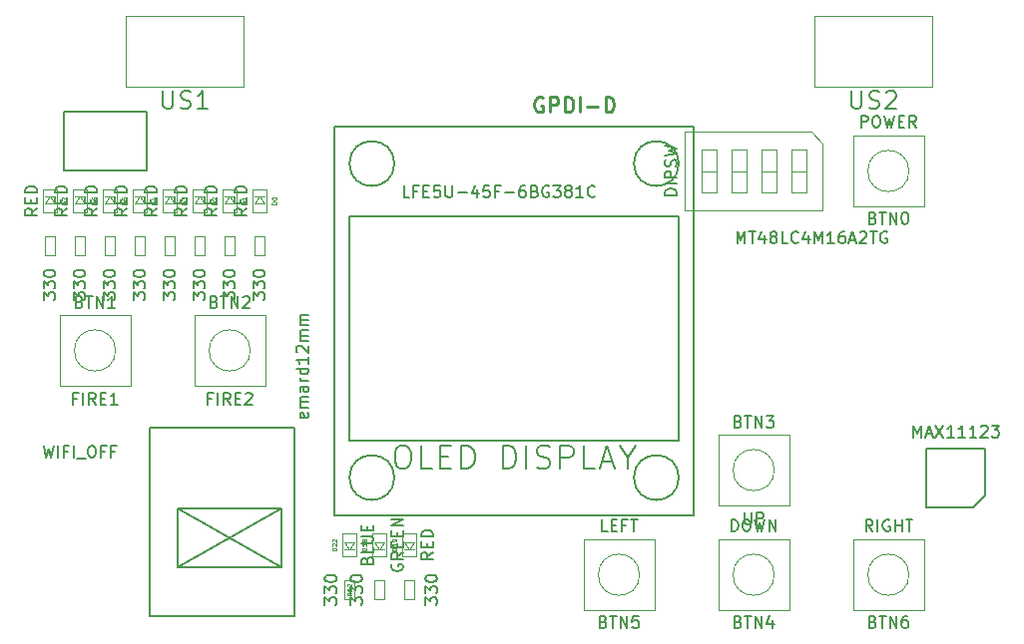
<source format=gbr>
G04 #@! TF.FileFunction,Other,Fab,Top*
%FSLAX46Y46*%
G04 Gerber Fmt 4.6, Leading zero omitted, Abs format (unit mm)*
G04 Created by KiCad (PCBNEW 4.0.7+dfsg1-1) date Tue Nov 21 11:00:25 2017*
%MOMM*%
%LPD*%
G01*
G04 APERTURE LIST*
%ADD10C,0.100000*%
%ADD11C,0.150000*%
%ADD12C,0.075000*%
%ADD13C,0.254000*%
G04 APERTURE END LIST*
D10*
D11*
X108624000Y-69080000D02*
X108624000Y-74080000D01*
X101624000Y-69080000D02*
X108624000Y-69080000D01*
X101624000Y-74080000D02*
X101624000Y-69080000D01*
X108624000Y-74080000D02*
X101624000Y-74080000D01*
D10*
X127990000Y-108880000D02*
X128790000Y-108880000D01*
X127990000Y-110480000D02*
X127990000Y-108880000D01*
X128790000Y-110480000D02*
X127990000Y-110480000D01*
X128790000Y-108880000D02*
X128790000Y-110480000D01*
X131330000Y-110480000D02*
X130530000Y-110480000D01*
X131330000Y-108880000D02*
X131330000Y-110480000D01*
X130530000Y-108880000D02*
X131330000Y-108880000D01*
X130530000Y-110480000D02*
X130530000Y-108880000D01*
X116880000Y-60925000D02*
X116880000Y-66925000D01*
X106880000Y-60925000D02*
X116880000Y-60925000D01*
X106880000Y-66925000D02*
X106880000Y-60925000D01*
X116880000Y-66925000D02*
X106880000Y-66925000D01*
X175300000Y-60925000D02*
X175300000Y-66925000D01*
X165300000Y-60925000D02*
X175300000Y-60925000D01*
X165300000Y-66925000D02*
X165300000Y-60925000D01*
X175300000Y-66925000D02*
X165300000Y-66925000D01*
X118630000Y-81270000D02*
X117830000Y-81270000D01*
X118630000Y-79670000D02*
X118630000Y-81270000D01*
X117830000Y-79670000D02*
X118630000Y-79670000D01*
X117830000Y-81270000D02*
X117830000Y-79670000D01*
X116090000Y-81270000D02*
X115290000Y-81270000D01*
X116090000Y-79670000D02*
X116090000Y-81270000D01*
X115290000Y-79670000D02*
X116090000Y-79670000D01*
X115290000Y-81270000D02*
X115290000Y-79670000D01*
X113550000Y-81270000D02*
X112750000Y-81270000D01*
X113550000Y-79670000D02*
X113550000Y-81270000D01*
X112750000Y-79670000D02*
X113550000Y-79670000D01*
X112750000Y-81270000D02*
X112750000Y-79670000D01*
X111010000Y-81270000D02*
X110210000Y-81270000D01*
X111010000Y-79670000D02*
X111010000Y-81270000D01*
X110210000Y-79670000D02*
X111010000Y-79670000D01*
X110210000Y-81270000D02*
X110210000Y-79670000D01*
X108470000Y-81270000D02*
X107670000Y-81270000D01*
X108470000Y-79670000D02*
X108470000Y-81270000D01*
X107670000Y-79670000D02*
X108470000Y-79670000D01*
X107670000Y-81270000D02*
X107670000Y-79670000D01*
X105930000Y-81270000D02*
X105130000Y-81270000D01*
X105930000Y-79670000D02*
X105930000Y-81270000D01*
X105130000Y-79670000D02*
X105930000Y-79670000D01*
X105130000Y-81270000D02*
X105130000Y-79670000D01*
X103390000Y-81270000D02*
X102590000Y-81270000D01*
X103390000Y-79670000D02*
X103390000Y-81270000D01*
X102590000Y-79670000D02*
X103390000Y-79670000D01*
X102590000Y-81270000D02*
X102590000Y-79670000D01*
X100850000Y-81270000D02*
X100050000Y-81270000D01*
X100850000Y-79670000D02*
X100850000Y-81270000D01*
X100050000Y-79670000D02*
X100850000Y-79670000D01*
X100050000Y-81270000D02*
X100050000Y-79670000D01*
D11*
X178785000Y-102655000D02*
X174785000Y-102655000D01*
X174785000Y-102655000D02*
X174785000Y-97655000D01*
X174785000Y-97655000D02*
X179785000Y-97655000D01*
X179785000Y-97655000D02*
X179785000Y-101655000D01*
X179785000Y-101655000D02*
X178785000Y-102655000D01*
X153790000Y-73485000D02*
G75*
G03X153790000Y-73485000I-1905000J0D01*
G01*
X129660000Y-73485000D02*
G75*
G03X129660000Y-73485000I-1905000J0D01*
G01*
X129660000Y-100155000D02*
G75*
G03X129660000Y-100155000I-1905000J0D01*
G01*
X153790000Y-100155000D02*
G75*
G03X153790000Y-100155000I-1905000J0D01*
G01*
X153790000Y-77930000D02*
X153790000Y-96980000D01*
X125850000Y-77930000D02*
X153790000Y-77930000D01*
X125850000Y-96980000D02*
X125850000Y-77930000D01*
X153790000Y-96980000D02*
X125850000Y-96980000D01*
X155060000Y-70310000D02*
X155060000Y-103330000D01*
X124580000Y-70310000D02*
X155060000Y-70310000D01*
X124580000Y-103330000D02*
X124580000Y-70310000D01*
X155060000Y-103330000D02*
X124580000Y-103330000D01*
D10*
X174570000Y-77120000D02*
X174570000Y-71120000D01*
X174570000Y-71120000D02*
X168570000Y-71120000D01*
X168570000Y-71120000D02*
X168570000Y-77120000D01*
X168570000Y-77120000D02*
X174570000Y-77120000D01*
X173320714Y-74120000D02*
G75*
G03X173320714Y-74120000I-1750714J0D01*
G01*
X101260000Y-86360000D02*
X101260000Y-92360000D01*
X101260000Y-92360000D02*
X107260000Y-92360000D01*
X107260000Y-92360000D02*
X107260000Y-86360000D01*
X107260000Y-86360000D02*
X101260000Y-86360000D01*
X106010714Y-89360000D02*
G75*
G03X106010714Y-89360000I-1750714J0D01*
G01*
X112690000Y-86360000D02*
X112690000Y-92360000D01*
X112690000Y-92360000D02*
X118690000Y-92360000D01*
X118690000Y-92360000D02*
X118690000Y-86360000D01*
X118690000Y-86360000D02*
X112690000Y-86360000D01*
X117440714Y-89360000D02*
G75*
G03X117440714Y-89360000I-1750714J0D01*
G01*
X157140000Y-96520000D02*
X157140000Y-102520000D01*
X157140000Y-102520000D02*
X163140000Y-102520000D01*
X163140000Y-102520000D02*
X163140000Y-96520000D01*
X163140000Y-96520000D02*
X157140000Y-96520000D01*
X161890714Y-99520000D02*
G75*
G03X161890714Y-99520000I-1750714J0D01*
G01*
X163140000Y-111410000D02*
X163140000Y-105410000D01*
X163140000Y-105410000D02*
X157140000Y-105410000D01*
X157140000Y-105410000D02*
X157140000Y-111410000D01*
X157140000Y-111410000D02*
X163140000Y-111410000D01*
X161890714Y-108410000D02*
G75*
G03X161890714Y-108410000I-1750714J0D01*
G01*
X151710000Y-111410000D02*
X151710000Y-105410000D01*
X151710000Y-105410000D02*
X145710000Y-105410000D01*
X145710000Y-105410000D02*
X145710000Y-111410000D01*
X145710000Y-111410000D02*
X151710000Y-111410000D01*
X150460714Y-108410000D02*
G75*
G03X150460714Y-108410000I-1750714J0D01*
G01*
X174570000Y-111410000D02*
X174570000Y-105410000D01*
X174570000Y-105410000D02*
X168570000Y-105410000D01*
X168570000Y-105410000D02*
X168570000Y-111410000D01*
X168570000Y-111410000D02*
X174570000Y-111410000D01*
X173320714Y-108410000D02*
G75*
G03X173320714Y-108410000I-1750714J0D01*
G01*
X166000000Y-71780000D02*
X166000000Y-77460000D01*
X166000000Y-77460000D02*
X154280000Y-77460000D01*
X154280000Y-77460000D02*
X154280000Y-70780000D01*
X154280000Y-70780000D02*
X165000000Y-70780000D01*
X165000000Y-70780000D02*
X166000000Y-71780000D01*
X164585000Y-72310000D02*
X163315000Y-72310000D01*
X163315000Y-72310000D02*
X163315000Y-75930000D01*
X163315000Y-75930000D02*
X164585000Y-75930000D01*
X164585000Y-75930000D02*
X164585000Y-72310000D01*
X164585000Y-74120000D02*
X163315000Y-74120000D01*
X162045000Y-72310000D02*
X160775000Y-72310000D01*
X160775000Y-72310000D02*
X160775000Y-75930000D01*
X160775000Y-75930000D02*
X162045000Y-75930000D01*
X162045000Y-75930000D02*
X162045000Y-72310000D01*
X162045000Y-74120000D02*
X160775000Y-74120000D01*
X159505000Y-72310000D02*
X158235000Y-72310000D01*
X158235000Y-72310000D02*
X158235000Y-75930000D01*
X158235000Y-75930000D02*
X159505000Y-75930000D01*
X159505000Y-75930000D02*
X159505000Y-72310000D01*
X159505000Y-74120000D02*
X158235000Y-74120000D01*
X156965000Y-72310000D02*
X155695000Y-72310000D01*
X155695000Y-72310000D02*
X155695000Y-75930000D01*
X155695000Y-75930000D02*
X156965000Y-75930000D01*
X156965000Y-75930000D02*
X156965000Y-72310000D01*
X156965000Y-74120000D02*
X155695000Y-74120000D01*
X125450000Y-106270000D02*
X126250000Y-106270000D01*
X125850000Y-106270000D02*
X125450000Y-105670000D01*
X126250000Y-105670000D02*
X125850000Y-106270000D01*
X125450000Y-105670000D02*
X126250000Y-105670000D01*
X126450000Y-104870000D02*
X126450000Y-106870000D01*
X125250000Y-104870000D02*
X126450000Y-104870000D01*
X125250000Y-106870000D02*
X125250000Y-104870000D01*
X126450000Y-106870000D02*
X125250000Y-106870000D01*
X125450000Y-108880000D02*
X126250000Y-108880000D01*
X125450000Y-110480000D02*
X125450000Y-108880000D01*
X126250000Y-110480000D02*
X125450000Y-110480000D01*
X126250000Y-108880000D02*
X126250000Y-110480000D01*
X127990000Y-106270000D02*
X128790000Y-106270000D01*
X128390000Y-106270000D02*
X127990000Y-105670000D01*
X128790000Y-105670000D02*
X128390000Y-106270000D01*
X127990000Y-105670000D02*
X128790000Y-105670000D01*
X128990000Y-104870000D02*
X128990000Y-106870000D01*
X127790000Y-104870000D02*
X128990000Y-104870000D01*
X127790000Y-106870000D02*
X127790000Y-104870000D01*
X128990000Y-106870000D02*
X127790000Y-106870000D01*
X118630000Y-76260000D02*
X117830000Y-76260000D01*
X118230000Y-76260000D02*
X118630000Y-76860000D01*
X117830000Y-76860000D02*
X118230000Y-76260000D01*
X118630000Y-76860000D02*
X117830000Y-76860000D01*
X117630000Y-77660000D02*
X117630000Y-75660000D01*
X118830000Y-77660000D02*
X117630000Y-77660000D01*
X118830000Y-75660000D02*
X118830000Y-77660000D01*
X117630000Y-75660000D02*
X118830000Y-75660000D01*
X116090000Y-76260000D02*
X115290000Y-76260000D01*
X115690000Y-76260000D02*
X116090000Y-76860000D01*
X115290000Y-76860000D02*
X115690000Y-76260000D01*
X116090000Y-76860000D02*
X115290000Y-76860000D01*
X115090000Y-77660000D02*
X115090000Y-75660000D01*
X116290000Y-77660000D02*
X115090000Y-77660000D01*
X116290000Y-75660000D02*
X116290000Y-77660000D01*
X115090000Y-75660000D02*
X116290000Y-75660000D01*
X113550000Y-76260000D02*
X112750000Y-76260000D01*
X113150000Y-76260000D02*
X113550000Y-76860000D01*
X112750000Y-76860000D02*
X113150000Y-76260000D01*
X113550000Y-76860000D02*
X112750000Y-76860000D01*
X112550000Y-77660000D02*
X112550000Y-75660000D01*
X113750000Y-77660000D02*
X112550000Y-77660000D01*
X113750000Y-75660000D02*
X113750000Y-77660000D01*
X112550000Y-75660000D02*
X113750000Y-75660000D01*
X111010000Y-76260000D02*
X110210000Y-76260000D01*
X110610000Y-76260000D02*
X111010000Y-76860000D01*
X110210000Y-76860000D02*
X110610000Y-76260000D01*
X111010000Y-76860000D02*
X110210000Y-76860000D01*
X110010000Y-77660000D02*
X110010000Y-75660000D01*
X111210000Y-77660000D02*
X110010000Y-77660000D01*
X111210000Y-75660000D02*
X111210000Y-77660000D01*
X110010000Y-75660000D02*
X111210000Y-75660000D01*
X108470000Y-76260000D02*
X107670000Y-76260000D01*
X108070000Y-76260000D02*
X108470000Y-76860000D01*
X107670000Y-76860000D02*
X108070000Y-76260000D01*
X108470000Y-76860000D02*
X107670000Y-76860000D01*
X107470000Y-77660000D02*
X107470000Y-75660000D01*
X108670000Y-77660000D02*
X107470000Y-77660000D01*
X108670000Y-75660000D02*
X108670000Y-77660000D01*
X107470000Y-75660000D02*
X108670000Y-75660000D01*
X105930000Y-76260000D02*
X105130000Y-76260000D01*
X105530000Y-76260000D02*
X105930000Y-76860000D01*
X105130000Y-76860000D02*
X105530000Y-76260000D01*
X105930000Y-76860000D02*
X105130000Y-76860000D01*
X104930000Y-77660000D02*
X104930000Y-75660000D01*
X106130000Y-77660000D02*
X104930000Y-77660000D01*
X106130000Y-75660000D02*
X106130000Y-77660000D01*
X104930000Y-75660000D02*
X106130000Y-75660000D01*
X103390000Y-76260000D02*
X102590000Y-76260000D01*
X102990000Y-76260000D02*
X103390000Y-76860000D01*
X102590000Y-76860000D02*
X102990000Y-76260000D01*
X103390000Y-76860000D02*
X102590000Y-76860000D01*
X102390000Y-77660000D02*
X102390000Y-75660000D01*
X103590000Y-77660000D02*
X102390000Y-77660000D01*
X103590000Y-75660000D02*
X103590000Y-77660000D01*
X102390000Y-75660000D02*
X103590000Y-75660000D01*
X100850000Y-76260000D02*
X100050000Y-76260000D01*
X100450000Y-76260000D02*
X100850000Y-76860000D01*
X100050000Y-76860000D02*
X100450000Y-76260000D01*
X100850000Y-76860000D02*
X100050000Y-76860000D01*
X99850000Y-77660000D02*
X99850000Y-75660000D01*
X101050000Y-77660000D02*
X99850000Y-77660000D01*
X101050000Y-75660000D02*
X101050000Y-77660000D01*
X99850000Y-75660000D02*
X101050000Y-75660000D01*
X130530000Y-106270000D02*
X131330000Y-106270000D01*
X130930000Y-106270000D02*
X130530000Y-105670000D01*
X131330000Y-105670000D02*
X130930000Y-106270000D01*
X130530000Y-105670000D02*
X131330000Y-105670000D01*
X131530000Y-104870000D02*
X131530000Y-106870000D01*
X130330000Y-104870000D02*
X131530000Y-104870000D01*
X130330000Y-106870000D02*
X130330000Y-104870000D01*
X131530000Y-106870000D02*
X130330000Y-106870000D01*
D11*
X120050000Y-102800000D02*
X111250000Y-107750000D01*
X120050000Y-107750000D02*
X111250000Y-102800000D01*
X120050000Y-102800000D02*
X120050000Y-107750000D01*
X111250000Y-102800000D02*
X111250000Y-107750000D01*
X111250000Y-107750000D02*
X120050000Y-107750000D01*
X120050000Y-102800000D02*
X111250000Y-102800000D01*
X121200000Y-95950000D02*
X108900000Y-95950000D01*
X121200000Y-111900000D02*
X121200000Y-95950000D01*
X108900000Y-111900000D02*
X121200000Y-111900000D01*
X108900000Y-95950000D02*
X108900000Y-111900000D01*
X99894762Y-97448381D02*
X100132857Y-98448381D01*
X100323334Y-97734095D01*
X100513810Y-98448381D01*
X100751905Y-97448381D01*
X101132857Y-98448381D02*
X101132857Y-97448381D01*
X101942381Y-97924571D02*
X101609047Y-97924571D01*
X101609047Y-98448381D02*
X101609047Y-97448381D01*
X102085238Y-97448381D01*
X102466190Y-98448381D02*
X102466190Y-97448381D01*
X102704285Y-98543619D02*
X103466190Y-98543619D01*
X103894761Y-97448381D02*
X104085238Y-97448381D01*
X104180476Y-97496000D01*
X104275714Y-97591238D01*
X104323333Y-97781714D01*
X104323333Y-98115048D01*
X104275714Y-98305524D01*
X104180476Y-98400762D01*
X104085238Y-98448381D01*
X103894761Y-98448381D01*
X103799523Y-98400762D01*
X103704285Y-98305524D01*
X103656666Y-98115048D01*
X103656666Y-97781714D01*
X103704285Y-97591238D01*
X103799523Y-97496000D01*
X103894761Y-97448381D01*
X105085238Y-97924571D02*
X104751904Y-97924571D01*
X104751904Y-98448381D02*
X104751904Y-97448381D01*
X105228095Y-97448381D01*
X105942381Y-97924571D02*
X105609047Y-97924571D01*
X105609047Y-98448381D02*
X105609047Y-97448381D01*
X106085238Y-97448381D01*
X125942381Y-110965714D02*
X125942381Y-110346666D01*
X126323333Y-110680000D01*
X126323333Y-110537142D01*
X126370952Y-110441904D01*
X126418571Y-110394285D01*
X126513810Y-110346666D01*
X126751905Y-110346666D01*
X126847143Y-110394285D01*
X126894762Y-110441904D01*
X126942381Y-110537142D01*
X126942381Y-110822857D01*
X126894762Y-110918095D01*
X126847143Y-110965714D01*
X125942381Y-110013333D02*
X125942381Y-109394285D01*
X126323333Y-109727619D01*
X126323333Y-109584761D01*
X126370952Y-109489523D01*
X126418571Y-109441904D01*
X126513810Y-109394285D01*
X126751905Y-109394285D01*
X126847143Y-109441904D01*
X126894762Y-109489523D01*
X126942381Y-109584761D01*
X126942381Y-109870476D01*
X126894762Y-109965714D01*
X126847143Y-110013333D01*
X125942381Y-108775238D02*
X125942381Y-108679999D01*
X125990000Y-108584761D01*
X126037619Y-108537142D01*
X126132857Y-108489523D01*
X126323333Y-108441904D01*
X126561429Y-108441904D01*
X126751905Y-108489523D01*
X126847143Y-108537142D01*
X126894762Y-108584761D01*
X126942381Y-108679999D01*
X126942381Y-108775238D01*
X126894762Y-108870476D01*
X126847143Y-108918095D01*
X126751905Y-108965714D01*
X126561429Y-109013333D01*
X126323333Y-109013333D01*
X126132857Y-108965714D01*
X126037619Y-108918095D01*
X125990000Y-108870476D01*
X125942381Y-108775238D01*
X132282381Y-110965714D02*
X132282381Y-110346666D01*
X132663333Y-110680000D01*
X132663333Y-110537142D01*
X132710952Y-110441904D01*
X132758571Y-110394285D01*
X132853810Y-110346666D01*
X133091905Y-110346666D01*
X133187143Y-110394285D01*
X133234762Y-110441904D01*
X133282381Y-110537142D01*
X133282381Y-110822857D01*
X133234762Y-110918095D01*
X133187143Y-110965714D01*
X132282381Y-110013333D02*
X132282381Y-109394285D01*
X132663333Y-109727619D01*
X132663333Y-109584761D01*
X132710952Y-109489523D01*
X132758571Y-109441904D01*
X132853810Y-109394285D01*
X133091905Y-109394285D01*
X133187143Y-109441904D01*
X133234762Y-109489523D01*
X133282381Y-109584761D01*
X133282381Y-109870476D01*
X133234762Y-109965714D01*
X133187143Y-110013333D01*
X132282381Y-108775238D02*
X132282381Y-108679999D01*
X132330000Y-108584761D01*
X132377619Y-108537142D01*
X132472857Y-108489523D01*
X132663333Y-108441904D01*
X132901429Y-108441904D01*
X133091905Y-108489523D01*
X133187143Y-108537142D01*
X133234762Y-108584761D01*
X133282381Y-108679999D01*
X133282381Y-108775238D01*
X133234762Y-108870476D01*
X133187143Y-108918095D01*
X133091905Y-108965714D01*
X132901429Y-109013333D01*
X132663333Y-109013333D01*
X132472857Y-108965714D01*
X132377619Y-108918095D01*
X132330000Y-108870476D01*
X132282381Y-108775238D01*
X110022858Y-67329571D02*
X110022858Y-68543857D01*
X110094286Y-68686714D01*
X110165715Y-68758143D01*
X110308572Y-68829571D01*
X110594286Y-68829571D01*
X110737144Y-68758143D01*
X110808572Y-68686714D01*
X110880001Y-68543857D01*
X110880001Y-67329571D01*
X111522858Y-68758143D02*
X111737144Y-68829571D01*
X112094287Y-68829571D01*
X112237144Y-68758143D01*
X112308573Y-68686714D01*
X112380001Y-68543857D01*
X112380001Y-68401000D01*
X112308573Y-68258143D01*
X112237144Y-68186714D01*
X112094287Y-68115286D01*
X111808573Y-68043857D01*
X111665715Y-67972429D01*
X111594287Y-67901000D01*
X111522858Y-67758143D01*
X111522858Y-67615286D01*
X111594287Y-67472429D01*
X111665715Y-67401000D01*
X111808573Y-67329571D01*
X112165715Y-67329571D01*
X112380001Y-67401000D01*
X113808572Y-68829571D02*
X112951429Y-68829571D01*
X113380001Y-68829571D02*
X113380001Y-67329571D01*
X113237144Y-67543857D01*
X113094286Y-67686714D01*
X112951429Y-67758143D01*
X168442858Y-67329571D02*
X168442858Y-68543857D01*
X168514286Y-68686714D01*
X168585715Y-68758143D01*
X168728572Y-68829571D01*
X169014286Y-68829571D01*
X169157144Y-68758143D01*
X169228572Y-68686714D01*
X169300001Y-68543857D01*
X169300001Y-67329571D01*
X169942858Y-68758143D02*
X170157144Y-68829571D01*
X170514287Y-68829571D01*
X170657144Y-68758143D01*
X170728573Y-68686714D01*
X170800001Y-68543857D01*
X170800001Y-68401000D01*
X170728573Y-68258143D01*
X170657144Y-68186714D01*
X170514287Y-68115286D01*
X170228573Y-68043857D01*
X170085715Y-67972429D01*
X170014287Y-67901000D01*
X169942858Y-67758143D01*
X169942858Y-67615286D01*
X170014287Y-67472429D01*
X170085715Y-67401000D01*
X170228573Y-67329571D01*
X170585715Y-67329571D01*
X170800001Y-67401000D01*
X171371429Y-67472429D02*
X171442858Y-67401000D01*
X171585715Y-67329571D01*
X171942858Y-67329571D01*
X172085715Y-67401000D01*
X172157144Y-67472429D01*
X172228572Y-67615286D01*
X172228572Y-67758143D01*
X172157144Y-67972429D01*
X171300001Y-68829571D01*
X172228572Y-68829571D01*
X117682381Y-85057714D02*
X117682381Y-84438666D01*
X118063333Y-84772000D01*
X118063333Y-84629142D01*
X118110952Y-84533904D01*
X118158571Y-84486285D01*
X118253810Y-84438666D01*
X118491905Y-84438666D01*
X118587143Y-84486285D01*
X118634762Y-84533904D01*
X118682381Y-84629142D01*
X118682381Y-84914857D01*
X118634762Y-85010095D01*
X118587143Y-85057714D01*
X117682381Y-84105333D02*
X117682381Y-83486285D01*
X118063333Y-83819619D01*
X118063333Y-83676761D01*
X118110952Y-83581523D01*
X118158571Y-83533904D01*
X118253810Y-83486285D01*
X118491905Y-83486285D01*
X118587143Y-83533904D01*
X118634762Y-83581523D01*
X118682381Y-83676761D01*
X118682381Y-83962476D01*
X118634762Y-84057714D01*
X118587143Y-84105333D01*
X117682381Y-82867238D02*
X117682381Y-82771999D01*
X117730000Y-82676761D01*
X117777619Y-82629142D01*
X117872857Y-82581523D01*
X118063333Y-82533904D01*
X118301429Y-82533904D01*
X118491905Y-82581523D01*
X118587143Y-82629142D01*
X118634762Y-82676761D01*
X118682381Y-82771999D01*
X118682381Y-82867238D01*
X118634762Y-82962476D01*
X118587143Y-83010095D01*
X118491905Y-83057714D01*
X118301429Y-83105333D01*
X118063333Y-83105333D01*
X117872857Y-83057714D01*
X117777619Y-83010095D01*
X117730000Y-82962476D01*
X117682381Y-82867238D01*
X115142381Y-85057714D02*
X115142381Y-84438666D01*
X115523333Y-84772000D01*
X115523333Y-84629142D01*
X115570952Y-84533904D01*
X115618571Y-84486285D01*
X115713810Y-84438666D01*
X115951905Y-84438666D01*
X116047143Y-84486285D01*
X116094762Y-84533904D01*
X116142381Y-84629142D01*
X116142381Y-84914857D01*
X116094762Y-85010095D01*
X116047143Y-85057714D01*
X115142381Y-84105333D02*
X115142381Y-83486285D01*
X115523333Y-83819619D01*
X115523333Y-83676761D01*
X115570952Y-83581523D01*
X115618571Y-83533904D01*
X115713810Y-83486285D01*
X115951905Y-83486285D01*
X116047143Y-83533904D01*
X116094762Y-83581523D01*
X116142381Y-83676761D01*
X116142381Y-83962476D01*
X116094762Y-84057714D01*
X116047143Y-84105333D01*
X115142381Y-82867238D02*
X115142381Y-82771999D01*
X115190000Y-82676761D01*
X115237619Y-82629142D01*
X115332857Y-82581523D01*
X115523333Y-82533904D01*
X115761429Y-82533904D01*
X115951905Y-82581523D01*
X116047143Y-82629142D01*
X116094762Y-82676761D01*
X116142381Y-82771999D01*
X116142381Y-82867238D01*
X116094762Y-82962476D01*
X116047143Y-83010095D01*
X115951905Y-83057714D01*
X115761429Y-83105333D01*
X115523333Y-83105333D01*
X115332857Y-83057714D01*
X115237619Y-83010095D01*
X115190000Y-82962476D01*
X115142381Y-82867238D01*
X112602381Y-85057714D02*
X112602381Y-84438666D01*
X112983333Y-84772000D01*
X112983333Y-84629142D01*
X113030952Y-84533904D01*
X113078571Y-84486285D01*
X113173810Y-84438666D01*
X113411905Y-84438666D01*
X113507143Y-84486285D01*
X113554762Y-84533904D01*
X113602381Y-84629142D01*
X113602381Y-84914857D01*
X113554762Y-85010095D01*
X113507143Y-85057714D01*
X112602381Y-84105333D02*
X112602381Y-83486285D01*
X112983333Y-83819619D01*
X112983333Y-83676761D01*
X113030952Y-83581523D01*
X113078571Y-83533904D01*
X113173810Y-83486285D01*
X113411905Y-83486285D01*
X113507143Y-83533904D01*
X113554762Y-83581523D01*
X113602381Y-83676761D01*
X113602381Y-83962476D01*
X113554762Y-84057714D01*
X113507143Y-84105333D01*
X112602381Y-82867238D02*
X112602381Y-82771999D01*
X112650000Y-82676761D01*
X112697619Y-82629142D01*
X112792857Y-82581523D01*
X112983333Y-82533904D01*
X113221429Y-82533904D01*
X113411905Y-82581523D01*
X113507143Y-82629142D01*
X113554762Y-82676761D01*
X113602381Y-82771999D01*
X113602381Y-82867238D01*
X113554762Y-82962476D01*
X113507143Y-83010095D01*
X113411905Y-83057714D01*
X113221429Y-83105333D01*
X112983333Y-83105333D01*
X112792857Y-83057714D01*
X112697619Y-83010095D01*
X112650000Y-82962476D01*
X112602381Y-82867238D01*
X110062381Y-85057714D02*
X110062381Y-84438666D01*
X110443333Y-84772000D01*
X110443333Y-84629142D01*
X110490952Y-84533904D01*
X110538571Y-84486285D01*
X110633810Y-84438666D01*
X110871905Y-84438666D01*
X110967143Y-84486285D01*
X111014762Y-84533904D01*
X111062381Y-84629142D01*
X111062381Y-84914857D01*
X111014762Y-85010095D01*
X110967143Y-85057714D01*
X110062381Y-84105333D02*
X110062381Y-83486285D01*
X110443333Y-83819619D01*
X110443333Y-83676761D01*
X110490952Y-83581523D01*
X110538571Y-83533904D01*
X110633810Y-83486285D01*
X110871905Y-83486285D01*
X110967143Y-83533904D01*
X111014762Y-83581523D01*
X111062381Y-83676761D01*
X111062381Y-83962476D01*
X111014762Y-84057714D01*
X110967143Y-84105333D01*
X110062381Y-82867238D02*
X110062381Y-82771999D01*
X110110000Y-82676761D01*
X110157619Y-82629142D01*
X110252857Y-82581523D01*
X110443333Y-82533904D01*
X110681429Y-82533904D01*
X110871905Y-82581523D01*
X110967143Y-82629142D01*
X111014762Y-82676761D01*
X111062381Y-82771999D01*
X111062381Y-82867238D01*
X111014762Y-82962476D01*
X110967143Y-83010095D01*
X110871905Y-83057714D01*
X110681429Y-83105333D01*
X110443333Y-83105333D01*
X110252857Y-83057714D01*
X110157619Y-83010095D01*
X110110000Y-82962476D01*
X110062381Y-82867238D01*
X107522381Y-85057714D02*
X107522381Y-84438666D01*
X107903333Y-84772000D01*
X107903333Y-84629142D01*
X107950952Y-84533904D01*
X107998571Y-84486285D01*
X108093810Y-84438666D01*
X108331905Y-84438666D01*
X108427143Y-84486285D01*
X108474762Y-84533904D01*
X108522381Y-84629142D01*
X108522381Y-84914857D01*
X108474762Y-85010095D01*
X108427143Y-85057714D01*
X107522381Y-84105333D02*
X107522381Y-83486285D01*
X107903333Y-83819619D01*
X107903333Y-83676761D01*
X107950952Y-83581523D01*
X107998571Y-83533904D01*
X108093810Y-83486285D01*
X108331905Y-83486285D01*
X108427143Y-83533904D01*
X108474762Y-83581523D01*
X108522381Y-83676761D01*
X108522381Y-83962476D01*
X108474762Y-84057714D01*
X108427143Y-84105333D01*
X107522381Y-82867238D02*
X107522381Y-82771999D01*
X107570000Y-82676761D01*
X107617619Y-82629142D01*
X107712857Y-82581523D01*
X107903333Y-82533904D01*
X108141429Y-82533904D01*
X108331905Y-82581523D01*
X108427143Y-82629142D01*
X108474762Y-82676761D01*
X108522381Y-82771999D01*
X108522381Y-82867238D01*
X108474762Y-82962476D01*
X108427143Y-83010095D01*
X108331905Y-83057714D01*
X108141429Y-83105333D01*
X107903333Y-83105333D01*
X107712857Y-83057714D01*
X107617619Y-83010095D01*
X107570000Y-82962476D01*
X107522381Y-82867238D01*
X104982381Y-85057714D02*
X104982381Y-84438666D01*
X105363333Y-84772000D01*
X105363333Y-84629142D01*
X105410952Y-84533904D01*
X105458571Y-84486285D01*
X105553810Y-84438666D01*
X105791905Y-84438666D01*
X105887143Y-84486285D01*
X105934762Y-84533904D01*
X105982381Y-84629142D01*
X105982381Y-84914857D01*
X105934762Y-85010095D01*
X105887143Y-85057714D01*
X104982381Y-84105333D02*
X104982381Y-83486285D01*
X105363333Y-83819619D01*
X105363333Y-83676761D01*
X105410952Y-83581523D01*
X105458571Y-83533904D01*
X105553810Y-83486285D01*
X105791905Y-83486285D01*
X105887143Y-83533904D01*
X105934762Y-83581523D01*
X105982381Y-83676761D01*
X105982381Y-83962476D01*
X105934762Y-84057714D01*
X105887143Y-84105333D01*
X104982381Y-82867238D02*
X104982381Y-82771999D01*
X105030000Y-82676761D01*
X105077619Y-82629142D01*
X105172857Y-82581523D01*
X105363333Y-82533904D01*
X105601429Y-82533904D01*
X105791905Y-82581523D01*
X105887143Y-82629142D01*
X105934762Y-82676761D01*
X105982381Y-82771999D01*
X105982381Y-82867238D01*
X105934762Y-82962476D01*
X105887143Y-83010095D01*
X105791905Y-83057714D01*
X105601429Y-83105333D01*
X105363333Y-83105333D01*
X105172857Y-83057714D01*
X105077619Y-83010095D01*
X105030000Y-82962476D01*
X104982381Y-82867238D01*
X102442381Y-85057714D02*
X102442381Y-84438666D01*
X102823333Y-84772000D01*
X102823333Y-84629142D01*
X102870952Y-84533904D01*
X102918571Y-84486285D01*
X103013810Y-84438666D01*
X103251905Y-84438666D01*
X103347143Y-84486285D01*
X103394762Y-84533904D01*
X103442381Y-84629142D01*
X103442381Y-84914857D01*
X103394762Y-85010095D01*
X103347143Y-85057714D01*
X102442381Y-84105333D02*
X102442381Y-83486285D01*
X102823333Y-83819619D01*
X102823333Y-83676761D01*
X102870952Y-83581523D01*
X102918571Y-83533904D01*
X103013810Y-83486285D01*
X103251905Y-83486285D01*
X103347143Y-83533904D01*
X103394762Y-83581523D01*
X103442381Y-83676761D01*
X103442381Y-83962476D01*
X103394762Y-84057714D01*
X103347143Y-84105333D01*
X102442381Y-82867238D02*
X102442381Y-82771999D01*
X102490000Y-82676761D01*
X102537619Y-82629142D01*
X102632857Y-82581523D01*
X102823333Y-82533904D01*
X103061429Y-82533904D01*
X103251905Y-82581523D01*
X103347143Y-82629142D01*
X103394762Y-82676761D01*
X103442381Y-82771999D01*
X103442381Y-82867238D01*
X103394762Y-82962476D01*
X103347143Y-83010095D01*
X103251905Y-83057714D01*
X103061429Y-83105333D01*
X102823333Y-83105333D01*
X102632857Y-83057714D01*
X102537619Y-83010095D01*
X102490000Y-82962476D01*
X102442381Y-82867238D01*
X99902381Y-85057714D02*
X99902381Y-84438666D01*
X100283333Y-84772000D01*
X100283333Y-84629142D01*
X100330952Y-84533904D01*
X100378571Y-84486285D01*
X100473810Y-84438666D01*
X100711905Y-84438666D01*
X100807143Y-84486285D01*
X100854762Y-84533904D01*
X100902381Y-84629142D01*
X100902381Y-84914857D01*
X100854762Y-85010095D01*
X100807143Y-85057714D01*
X99902381Y-84105333D02*
X99902381Y-83486285D01*
X100283333Y-83819619D01*
X100283333Y-83676761D01*
X100330952Y-83581523D01*
X100378571Y-83533904D01*
X100473810Y-83486285D01*
X100711905Y-83486285D01*
X100807143Y-83533904D01*
X100854762Y-83581523D01*
X100902381Y-83676761D01*
X100902381Y-83962476D01*
X100854762Y-84057714D01*
X100807143Y-84105333D01*
X99902381Y-82867238D02*
X99902381Y-82771999D01*
X99950000Y-82676761D01*
X99997619Y-82629142D01*
X100092857Y-82581523D01*
X100283333Y-82533904D01*
X100521429Y-82533904D01*
X100711905Y-82581523D01*
X100807143Y-82629142D01*
X100854762Y-82676761D01*
X100902381Y-82771999D01*
X100902381Y-82867238D01*
X100854762Y-82962476D01*
X100807143Y-83010095D01*
X100711905Y-83057714D01*
X100521429Y-83105333D01*
X100283333Y-83105333D01*
X100092857Y-83057714D01*
X99997619Y-83010095D01*
X99950000Y-82962476D01*
X99902381Y-82867238D01*
X173665952Y-96732381D02*
X173665952Y-95732381D01*
X173999286Y-96446667D01*
X174332619Y-95732381D01*
X174332619Y-96732381D01*
X174761190Y-96446667D02*
X175237381Y-96446667D01*
X174665952Y-96732381D02*
X174999285Y-95732381D01*
X175332619Y-96732381D01*
X175570714Y-95732381D02*
X176237381Y-96732381D01*
X176237381Y-95732381D02*
X175570714Y-96732381D01*
X177142143Y-96732381D02*
X176570714Y-96732381D01*
X176856428Y-96732381D02*
X176856428Y-95732381D01*
X176761190Y-95875238D01*
X176665952Y-95970476D01*
X176570714Y-96018095D01*
X178094524Y-96732381D02*
X177523095Y-96732381D01*
X177808809Y-96732381D02*
X177808809Y-95732381D01*
X177713571Y-95875238D01*
X177618333Y-95970476D01*
X177523095Y-96018095D01*
X179046905Y-96732381D02*
X178475476Y-96732381D01*
X178761190Y-96732381D02*
X178761190Y-95732381D01*
X178665952Y-95875238D01*
X178570714Y-95970476D01*
X178475476Y-96018095D01*
X179427857Y-95827619D02*
X179475476Y-95780000D01*
X179570714Y-95732381D01*
X179808810Y-95732381D01*
X179904048Y-95780000D01*
X179951667Y-95827619D01*
X179999286Y-95922857D01*
X179999286Y-96018095D01*
X179951667Y-96160952D01*
X179380238Y-96732381D01*
X179999286Y-96732381D01*
X180332619Y-95732381D02*
X180951667Y-95732381D01*
X180618333Y-96113333D01*
X180761191Y-96113333D01*
X180856429Y-96160952D01*
X180904048Y-96208571D01*
X180951667Y-96303810D01*
X180951667Y-96541905D01*
X180904048Y-96637143D01*
X180856429Y-96684762D01*
X180761191Y-96732381D01*
X180475476Y-96732381D01*
X180380238Y-96684762D01*
X180332619Y-96637143D01*
X130200952Y-97408762D02*
X130581904Y-97408762D01*
X130772380Y-97504000D01*
X130962857Y-97694476D01*
X131058095Y-98075429D01*
X131058095Y-98742095D01*
X130962857Y-99123048D01*
X130772380Y-99313524D01*
X130581904Y-99408762D01*
X130200952Y-99408762D01*
X130010476Y-99313524D01*
X129819999Y-99123048D01*
X129724761Y-98742095D01*
X129724761Y-98075429D01*
X129819999Y-97694476D01*
X130010476Y-97504000D01*
X130200952Y-97408762D01*
X132867618Y-99408762D02*
X131915237Y-99408762D01*
X131915237Y-97408762D01*
X133534285Y-98361143D02*
X134200952Y-98361143D01*
X134486666Y-99408762D02*
X133534285Y-99408762D01*
X133534285Y-97408762D01*
X134486666Y-97408762D01*
X135343809Y-99408762D02*
X135343809Y-97408762D01*
X135820000Y-97408762D01*
X136105714Y-97504000D01*
X136296190Y-97694476D01*
X136391429Y-97884952D01*
X136486667Y-98265905D01*
X136486667Y-98551619D01*
X136391429Y-98932571D01*
X136296190Y-99123048D01*
X136105714Y-99313524D01*
X135820000Y-99408762D01*
X135343809Y-99408762D01*
X138867619Y-99408762D02*
X138867619Y-97408762D01*
X139343810Y-97408762D01*
X139629524Y-97504000D01*
X139820000Y-97694476D01*
X139915239Y-97884952D01*
X140010477Y-98265905D01*
X140010477Y-98551619D01*
X139915239Y-98932571D01*
X139820000Y-99123048D01*
X139629524Y-99313524D01*
X139343810Y-99408762D01*
X138867619Y-99408762D01*
X140867619Y-99408762D02*
X140867619Y-97408762D01*
X141724762Y-99313524D02*
X142010477Y-99408762D01*
X142486667Y-99408762D01*
X142677143Y-99313524D01*
X142772381Y-99218286D01*
X142867620Y-99027810D01*
X142867620Y-98837333D01*
X142772381Y-98646857D01*
X142677143Y-98551619D01*
X142486667Y-98456381D01*
X142105715Y-98361143D01*
X141915239Y-98265905D01*
X141820000Y-98170667D01*
X141724762Y-97980190D01*
X141724762Y-97789714D01*
X141820000Y-97599238D01*
X141915239Y-97504000D01*
X142105715Y-97408762D01*
X142581905Y-97408762D01*
X142867620Y-97504000D01*
X143724762Y-99408762D02*
X143724762Y-97408762D01*
X144486667Y-97408762D01*
X144677143Y-97504000D01*
X144772382Y-97599238D01*
X144867620Y-97789714D01*
X144867620Y-98075429D01*
X144772382Y-98265905D01*
X144677143Y-98361143D01*
X144486667Y-98456381D01*
X143724762Y-98456381D01*
X146677143Y-99408762D02*
X145724762Y-99408762D01*
X145724762Y-97408762D01*
X147248572Y-98837333D02*
X148200953Y-98837333D01*
X147058096Y-99408762D02*
X147724763Y-97408762D01*
X148391430Y-99408762D01*
X149439049Y-98456381D02*
X149439049Y-99408762D01*
X148772382Y-97408762D02*
X149439049Y-98456381D01*
X150105716Y-97408762D01*
X169260476Y-70422381D02*
X169260476Y-69422381D01*
X169641429Y-69422381D01*
X169736667Y-69470000D01*
X169784286Y-69517619D01*
X169831905Y-69612857D01*
X169831905Y-69755714D01*
X169784286Y-69850952D01*
X169736667Y-69898571D01*
X169641429Y-69946190D01*
X169260476Y-69946190D01*
X170450952Y-69422381D02*
X170641429Y-69422381D01*
X170736667Y-69470000D01*
X170831905Y-69565238D01*
X170879524Y-69755714D01*
X170879524Y-70089048D01*
X170831905Y-70279524D01*
X170736667Y-70374762D01*
X170641429Y-70422381D01*
X170450952Y-70422381D01*
X170355714Y-70374762D01*
X170260476Y-70279524D01*
X170212857Y-70089048D01*
X170212857Y-69755714D01*
X170260476Y-69565238D01*
X170355714Y-69470000D01*
X170450952Y-69422381D01*
X171212857Y-69422381D02*
X171450952Y-70422381D01*
X171641429Y-69708095D01*
X171831905Y-70422381D01*
X172070000Y-69422381D01*
X172450952Y-69898571D02*
X172784286Y-69898571D01*
X172927143Y-70422381D02*
X172450952Y-70422381D01*
X172450952Y-69422381D01*
X172927143Y-69422381D01*
X173927143Y-70422381D02*
X173593809Y-69946190D01*
X173355714Y-70422381D02*
X173355714Y-69422381D01*
X173736667Y-69422381D01*
X173831905Y-69470000D01*
X173879524Y-69517619D01*
X173927143Y-69612857D01*
X173927143Y-69755714D01*
X173879524Y-69850952D01*
X173831905Y-69898571D01*
X173736667Y-69946190D01*
X173355714Y-69946190D01*
X170260477Y-78098571D02*
X170403334Y-78146190D01*
X170450953Y-78193810D01*
X170498572Y-78289048D01*
X170498572Y-78431905D01*
X170450953Y-78527143D01*
X170403334Y-78574762D01*
X170308096Y-78622381D01*
X169927143Y-78622381D01*
X169927143Y-77622381D01*
X170260477Y-77622381D01*
X170355715Y-77670000D01*
X170403334Y-77717619D01*
X170450953Y-77812857D01*
X170450953Y-77908095D01*
X170403334Y-78003333D01*
X170355715Y-78050952D01*
X170260477Y-78098571D01*
X169927143Y-78098571D01*
X170784286Y-77622381D02*
X171355715Y-77622381D01*
X171070000Y-78622381D02*
X171070000Y-77622381D01*
X171689048Y-78622381D02*
X171689048Y-77622381D01*
X172260477Y-78622381D01*
X172260477Y-77622381D01*
X172927143Y-77622381D02*
X173022382Y-77622381D01*
X173117620Y-77670000D01*
X173165239Y-77717619D01*
X173212858Y-77812857D01*
X173260477Y-78003333D01*
X173260477Y-78241429D01*
X173212858Y-78431905D01*
X173165239Y-78527143D01*
X173117620Y-78574762D01*
X173022382Y-78622381D01*
X172927143Y-78622381D01*
X172831905Y-78574762D01*
X172784286Y-78527143D01*
X172736667Y-78431905D01*
X172689048Y-78241429D01*
X172689048Y-78003333D01*
X172736667Y-77812857D01*
X172784286Y-77717619D01*
X172831905Y-77670000D01*
X172927143Y-77622381D01*
X102736191Y-93438571D02*
X102402857Y-93438571D01*
X102402857Y-93962381D02*
X102402857Y-92962381D01*
X102879048Y-92962381D01*
X103260000Y-93962381D02*
X103260000Y-92962381D01*
X104307619Y-93962381D02*
X103974285Y-93486190D01*
X103736190Y-93962381D02*
X103736190Y-92962381D01*
X104117143Y-92962381D01*
X104212381Y-93010000D01*
X104260000Y-93057619D01*
X104307619Y-93152857D01*
X104307619Y-93295714D01*
X104260000Y-93390952D01*
X104212381Y-93438571D01*
X104117143Y-93486190D01*
X103736190Y-93486190D01*
X104736190Y-93438571D02*
X105069524Y-93438571D01*
X105212381Y-93962381D02*
X104736190Y-93962381D01*
X104736190Y-92962381D01*
X105212381Y-92962381D01*
X106164762Y-93962381D02*
X105593333Y-93962381D01*
X105879047Y-93962381D02*
X105879047Y-92962381D01*
X105783809Y-93105238D01*
X105688571Y-93200476D01*
X105593333Y-93248095D01*
X102950477Y-85238571D02*
X103093334Y-85286190D01*
X103140953Y-85333810D01*
X103188572Y-85429048D01*
X103188572Y-85571905D01*
X103140953Y-85667143D01*
X103093334Y-85714762D01*
X102998096Y-85762381D01*
X102617143Y-85762381D01*
X102617143Y-84762381D01*
X102950477Y-84762381D01*
X103045715Y-84810000D01*
X103093334Y-84857619D01*
X103140953Y-84952857D01*
X103140953Y-85048095D01*
X103093334Y-85143333D01*
X103045715Y-85190952D01*
X102950477Y-85238571D01*
X102617143Y-85238571D01*
X103474286Y-84762381D02*
X104045715Y-84762381D01*
X103760000Y-85762381D02*
X103760000Y-84762381D01*
X104379048Y-85762381D02*
X104379048Y-84762381D01*
X104950477Y-85762381D01*
X104950477Y-84762381D01*
X105950477Y-85762381D02*
X105379048Y-85762381D01*
X105664762Y-85762381D02*
X105664762Y-84762381D01*
X105569524Y-84905238D01*
X105474286Y-85000476D01*
X105379048Y-85048095D01*
X114166191Y-93438571D02*
X113832857Y-93438571D01*
X113832857Y-93962381D02*
X113832857Y-92962381D01*
X114309048Y-92962381D01*
X114690000Y-93962381D02*
X114690000Y-92962381D01*
X115737619Y-93962381D02*
X115404285Y-93486190D01*
X115166190Y-93962381D02*
X115166190Y-92962381D01*
X115547143Y-92962381D01*
X115642381Y-93010000D01*
X115690000Y-93057619D01*
X115737619Y-93152857D01*
X115737619Y-93295714D01*
X115690000Y-93390952D01*
X115642381Y-93438571D01*
X115547143Y-93486190D01*
X115166190Y-93486190D01*
X116166190Y-93438571D02*
X116499524Y-93438571D01*
X116642381Y-93962381D02*
X116166190Y-93962381D01*
X116166190Y-92962381D01*
X116642381Y-92962381D01*
X117023333Y-93057619D02*
X117070952Y-93010000D01*
X117166190Y-92962381D01*
X117404286Y-92962381D01*
X117499524Y-93010000D01*
X117547143Y-93057619D01*
X117594762Y-93152857D01*
X117594762Y-93248095D01*
X117547143Y-93390952D01*
X116975714Y-93962381D01*
X117594762Y-93962381D01*
X114380477Y-85238571D02*
X114523334Y-85286190D01*
X114570953Y-85333810D01*
X114618572Y-85429048D01*
X114618572Y-85571905D01*
X114570953Y-85667143D01*
X114523334Y-85714762D01*
X114428096Y-85762381D01*
X114047143Y-85762381D01*
X114047143Y-84762381D01*
X114380477Y-84762381D01*
X114475715Y-84810000D01*
X114523334Y-84857619D01*
X114570953Y-84952857D01*
X114570953Y-85048095D01*
X114523334Y-85143333D01*
X114475715Y-85190952D01*
X114380477Y-85238571D01*
X114047143Y-85238571D01*
X114904286Y-84762381D02*
X115475715Y-84762381D01*
X115190000Y-85762381D02*
X115190000Y-84762381D01*
X115809048Y-85762381D02*
X115809048Y-84762381D01*
X116380477Y-85762381D01*
X116380477Y-84762381D01*
X116809048Y-84857619D02*
X116856667Y-84810000D01*
X116951905Y-84762381D01*
X117190001Y-84762381D01*
X117285239Y-84810000D01*
X117332858Y-84857619D01*
X117380477Y-84952857D01*
X117380477Y-85048095D01*
X117332858Y-85190952D01*
X116761429Y-85762381D01*
X117380477Y-85762381D01*
X159354286Y-103122381D02*
X159354286Y-103931905D01*
X159401905Y-104027143D01*
X159449524Y-104074762D01*
X159544762Y-104122381D01*
X159735239Y-104122381D01*
X159830477Y-104074762D01*
X159878096Y-104027143D01*
X159925715Y-103931905D01*
X159925715Y-103122381D01*
X160401905Y-104122381D02*
X160401905Y-103122381D01*
X160782858Y-103122381D01*
X160878096Y-103170000D01*
X160925715Y-103217619D01*
X160973334Y-103312857D01*
X160973334Y-103455714D01*
X160925715Y-103550952D01*
X160878096Y-103598571D01*
X160782858Y-103646190D01*
X160401905Y-103646190D01*
X158830477Y-95398571D02*
X158973334Y-95446190D01*
X159020953Y-95493810D01*
X159068572Y-95589048D01*
X159068572Y-95731905D01*
X159020953Y-95827143D01*
X158973334Y-95874762D01*
X158878096Y-95922381D01*
X158497143Y-95922381D01*
X158497143Y-94922381D01*
X158830477Y-94922381D01*
X158925715Y-94970000D01*
X158973334Y-95017619D01*
X159020953Y-95112857D01*
X159020953Y-95208095D01*
X158973334Y-95303333D01*
X158925715Y-95350952D01*
X158830477Y-95398571D01*
X158497143Y-95398571D01*
X159354286Y-94922381D02*
X159925715Y-94922381D01*
X159640000Y-95922381D02*
X159640000Y-94922381D01*
X160259048Y-95922381D02*
X160259048Y-94922381D01*
X160830477Y-95922381D01*
X160830477Y-94922381D01*
X161211429Y-94922381D02*
X161830477Y-94922381D01*
X161497143Y-95303333D01*
X161640001Y-95303333D01*
X161735239Y-95350952D01*
X161782858Y-95398571D01*
X161830477Y-95493810D01*
X161830477Y-95731905D01*
X161782858Y-95827143D01*
X161735239Y-95874762D01*
X161640001Y-95922381D01*
X161354286Y-95922381D01*
X161259048Y-95874762D01*
X161211429Y-95827143D01*
X158259048Y-104712381D02*
X158259048Y-103712381D01*
X158497143Y-103712381D01*
X158640001Y-103760000D01*
X158735239Y-103855238D01*
X158782858Y-103950476D01*
X158830477Y-104140952D01*
X158830477Y-104283810D01*
X158782858Y-104474286D01*
X158735239Y-104569524D01*
X158640001Y-104664762D01*
X158497143Y-104712381D01*
X158259048Y-104712381D01*
X159449524Y-103712381D02*
X159640001Y-103712381D01*
X159735239Y-103760000D01*
X159830477Y-103855238D01*
X159878096Y-104045714D01*
X159878096Y-104379048D01*
X159830477Y-104569524D01*
X159735239Y-104664762D01*
X159640001Y-104712381D01*
X159449524Y-104712381D01*
X159354286Y-104664762D01*
X159259048Y-104569524D01*
X159211429Y-104379048D01*
X159211429Y-104045714D01*
X159259048Y-103855238D01*
X159354286Y-103760000D01*
X159449524Y-103712381D01*
X160211429Y-103712381D02*
X160449524Y-104712381D01*
X160640001Y-103998095D01*
X160830477Y-104712381D01*
X161068572Y-103712381D01*
X161449524Y-104712381D02*
X161449524Y-103712381D01*
X162020953Y-104712381D01*
X162020953Y-103712381D01*
X158830477Y-112388571D02*
X158973334Y-112436190D01*
X159020953Y-112483810D01*
X159068572Y-112579048D01*
X159068572Y-112721905D01*
X159020953Y-112817143D01*
X158973334Y-112864762D01*
X158878096Y-112912381D01*
X158497143Y-112912381D01*
X158497143Y-111912381D01*
X158830477Y-111912381D01*
X158925715Y-111960000D01*
X158973334Y-112007619D01*
X159020953Y-112102857D01*
X159020953Y-112198095D01*
X158973334Y-112293333D01*
X158925715Y-112340952D01*
X158830477Y-112388571D01*
X158497143Y-112388571D01*
X159354286Y-111912381D02*
X159925715Y-111912381D01*
X159640000Y-112912381D02*
X159640000Y-111912381D01*
X160259048Y-112912381D02*
X160259048Y-111912381D01*
X160830477Y-112912381D01*
X160830477Y-111912381D01*
X161735239Y-112245714D02*
X161735239Y-112912381D01*
X161497143Y-111864762D02*
X161259048Y-112579048D01*
X161878096Y-112579048D01*
X147757619Y-104712381D02*
X147281428Y-104712381D01*
X147281428Y-103712381D01*
X148090952Y-104188571D02*
X148424286Y-104188571D01*
X148567143Y-104712381D02*
X148090952Y-104712381D01*
X148090952Y-103712381D01*
X148567143Y-103712381D01*
X149329048Y-104188571D02*
X148995714Y-104188571D01*
X148995714Y-104712381D02*
X148995714Y-103712381D01*
X149471905Y-103712381D01*
X149710000Y-103712381D02*
X150281429Y-103712381D01*
X149995714Y-104712381D02*
X149995714Y-103712381D01*
X147400477Y-112388571D02*
X147543334Y-112436190D01*
X147590953Y-112483810D01*
X147638572Y-112579048D01*
X147638572Y-112721905D01*
X147590953Y-112817143D01*
X147543334Y-112864762D01*
X147448096Y-112912381D01*
X147067143Y-112912381D01*
X147067143Y-111912381D01*
X147400477Y-111912381D01*
X147495715Y-111960000D01*
X147543334Y-112007619D01*
X147590953Y-112102857D01*
X147590953Y-112198095D01*
X147543334Y-112293333D01*
X147495715Y-112340952D01*
X147400477Y-112388571D01*
X147067143Y-112388571D01*
X147924286Y-111912381D02*
X148495715Y-111912381D01*
X148210000Y-112912381D02*
X148210000Y-111912381D01*
X148829048Y-112912381D02*
X148829048Y-111912381D01*
X149400477Y-112912381D01*
X149400477Y-111912381D01*
X150352858Y-111912381D02*
X149876667Y-111912381D01*
X149829048Y-112388571D01*
X149876667Y-112340952D01*
X149971905Y-112293333D01*
X150210001Y-112293333D01*
X150305239Y-112340952D01*
X150352858Y-112388571D01*
X150400477Y-112483810D01*
X150400477Y-112721905D01*
X150352858Y-112817143D01*
X150305239Y-112864762D01*
X150210001Y-112912381D01*
X149971905Y-112912381D01*
X149876667Y-112864762D01*
X149829048Y-112817143D01*
X170236667Y-104712381D02*
X169903333Y-104236190D01*
X169665238Y-104712381D02*
X169665238Y-103712381D01*
X170046191Y-103712381D01*
X170141429Y-103760000D01*
X170189048Y-103807619D01*
X170236667Y-103902857D01*
X170236667Y-104045714D01*
X170189048Y-104140952D01*
X170141429Y-104188571D01*
X170046191Y-104236190D01*
X169665238Y-104236190D01*
X170665238Y-104712381D02*
X170665238Y-103712381D01*
X171665238Y-103760000D02*
X171570000Y-103712381D01*
X171427143Y-103712381D01*
X171284285Y-103760000D01*
X171189047Y-103855238D01*
X171141428Y-103950476D01*
X171093809Y-104140952D01*
X171093809Y-104283810D01*
X171141428Y-104474286D01*
X171189047Y-104569524D01*
X171284285Y-104664762D01*
X171427143Y-104712381D01*
X171522381Y-104712381D01*
X171665238Y-104664762D01*
X171712857Y-104617143D01*
X171712857Y-104283810D01*
X171522381Y-104283810D01*
X172141428Y-104712381D02*
X172141428Y-103712381D01*
X172141428Y-104188571D02*
X172712857Y-104188571D01*
X172712857Y-104712381D02*
X172712857Y-103712381D01*
X173046190Y-103712381D02*
X173617619Y-103712381D01*
X173331904Y-104712381D02*
X173331904Y-103712381D01*
X170260477Y-112388571D02*
X170403334Y-112436190D01*
X170450953Y-112483810D01*
X170498572Y-112579048D01*
X170498572Y-112721905D01*
X170450953Y-112817143D01*
X170403334Y-112864762D01*
X170308096Y-112912381D01*
X169927143Y-112912381D01*
X169927143Y-111912381D01*
X170260477Y-111912381D01*
X170355715Y-111960000D01*
X170403334Y-112007619D01*
X170450953Y-112102857D01*
X170450953Y-112198095D01*
X170403334Y-112293333D01*
X170355715Y-112340952D01*
X170260477Y-112388571D01*
X169927143Y-112388571D01*
X170784286Y-111912381D02*
X171355715Y-111912381D01*
X171070000Y-112912381D02*
X171070000Y-111912381D01*
X171689048Y-112912381D02*
X171689048Y-111912381D01*
X172260477Y-112912381D01*
X172260477Y-111912381D01*
X173165239Y-111912381D02*
X172974762Y-111912381D01*
X172879524Y-111960000D01*
X172831905Y-112007619D01*
X172736667Y-112150476D01*
X172689048Y-112340952D01*
X172689048Y-112721905D01*
X172736667Y-112817143D01*
X172784286Y-112864762D01*
X172879524Y-112912381D01*
X173070001Y-112912381D01*
X173165239Y-112864762D01*
X173212858Y-112817143D01*
X173260477Y-112721905D01*
X173260477Y-112483810D01*
X173212858Y-112388571D01*
X173165239Y-112340952D01*
X173070001Y-112293333D01*
X172879524Y-112293333D01*
X172784286Y-112340952D01*
X172736667Y-112388571D01*
X172689048Y-112483810D01*
X153612381Y-76167619D02*
X152612381Y-76167619D01*
X152612381Y-75929524D01*
X152660000Y-75786666D01*
X152755238Y-75691428D01*
X152850476Y-75643809D01*
X153040952Y-75596190D01*
X153183810Y-75596190D01*
X153374286Y-75643809D01*
X153469524Y-75691428D01*
X153564762Y-75786666D01*
X153612381Y-75929524D01*
X153612381Y-76167619D01*
X153612381Y-75167619D02*
X152612381Y-75167619D01*
X153612381Y-74691429D02*
X152612381Y-74691429D01*
X152612381Y-74310476D01*
X152660000Y-74215238D01*
X152707619Y-74167619D01*
X152802857Y-74120000D01*
X152945714Y-74120000D01*
X153040952Y-74167619D01*
X153088571Y-74215238D01*
X153136190Y-74310476D01*
X153136190Y-74691429D01*
X153564762Y-73739048D02*
X153612381Y-73596191D01*
X153612381Y-73358095D01*
X153564762Y-73262857D01*
X153517143Y-73215238D01*
X153421905Y-73167619D01*
X153326667Y-73167619D01*
X153231429Y-73215238D01*
X153183810Y-73262857D01*
X153136190Y-73358095D01*
X153088571Y-73548572D01*
X153040952Y-73643810D01*
X152993333Y-73691429D01*
X152898095Y-73739048D01*
X152802857Y-73739048D01*
X152707619Y-73691429D01*
X152660000Y-73643810D01*
X152612381Y-73548572D01*
X152612381Y-73310476D01*
X152660000Y-73167619D01*
X152612381Y-72834286D02*
X153612381Y-72596191D01*
X152898095Y-72405714D01*
X153612381Y-72215238D01*
X152612381Y-71977143D01*
X130954762Y-76350381D02*
X130478571Y-76350381D01*
X130478571Y-75350381D01*
X131621429Y-75826571D02*
X131288095Y-75826571D01*
X131288095Y-76350381D02*
X131288095Y-75350381D01*
X131764286Y-75350381D01*
X132145238Y-75826571D02*
X132478572Y-75826571D01*
X132621429Y-76350381D02*
X132145238Y-76350381D01*
X132145238Y-75350381D01*
X132621429Y-75350381D01*
X133526191Y-75350381D02*
X133050000Y-75350381D01*
X133002381Y-75826571D01*
X133050000Y-75778952D01*
X133145238Y-75731333D01*
X133383334Y-75731333D01*
X133478572Y-75778952D01*
X133526191Y-75826571D01*
X133573810Y-75921810D01*
X133573810Y-76159905D01*
X133526191Y-76255143D01*
X133478572Y-76302762D01*
X133383334Y-76350381D01*
X133145238Y-76350381D01*
X133050000Y-76302762D01*
X133002381Y-76255143D01*
X134002381Y-75350381D02*
X134002381Y-76159905D01*
X134050000Y-76255143D01*
X134097619Y-76302762D01*
X134192857Y-76350381D01*
X134383334Y-76350381D01*
X134478572Y-76302762D01*
X134526191Y-76255143D01*
X134573810Y-76159905D01*
X134573810Y-75350381D01*
X135050000Y-75969429D02*
X135811905Y-75969429D01*
X136716667Y-75683714D02*
X136716667Y-76350381D01*
X136478571Y-75302762D02*
X136240476Y-76017048D01*
X136859524Y-76017048D01*
X137716667Y-75350381D02*
X137240476Y-75350381D01*
X137192857Y-75826571D01*
X137240476Y-75778952D01*
X137335714Y-75731333D01*
X137573810Y-75731333D01*
X137669048Y-75778952D01*
X137716667Y-75826571D01*
X137764286Y-75921810D01*
X137764286Y-76159905D01*
X137716667Y-76255143D01*
X137669048Y-76302762D01*
X137573810Y-76350381D01*
X137335714Y-76350381D01*
X137240476Y-76302762D01*
X137192857Y-76255143D01*
X138526191Y-75826571D02*
X138192857Y-75826571D01*
X138192857Y-76350381D02*
X138192857Y-75350381D01*
X138669048Y-75350381D01*
X139050000Y-75969429D02*
X139811905Y-75969429D01*
X140716667Y-75350381D02*
X140526190Y-75350381D01*
X140430952Y-75398000D01*
X140383333Y-75445619D01*
X140288095Y-75588476D01*
X140240476Y-75778952D01*
X140240476Y-76159905D01*
X140288095Y-76255143D01*
X140335714Y-76302762D01*
X140430952Y-76350381D01*
X140621429Y-76350381D01*
X140716667Y-76302762D01*
X140764286Y-76255143D01*
X140811905Y-76159905D01*
X140811905Y-75921810D01*
X140764286Y-75826571D01*
X140716667Y-75778952D01*
X140621429Y-75731333D01*
X140430952Y-75731333D01*
X140335714Y-75778952D01*
X140288095Y-75826571D01*
X140240476Y-75921810D01*
X141573810Y-75826571D02*
X141716667Y-75874190D01*
X141764286Y-75921810D01*
X141811905Y-76017048D01*
X141811905Y-76159905D01*
X141764286Y-76255143D01*
X141716667Y-76302762D01*
X141621429Y-76350381D01*
X141240476Y-76350381D01*
X141240476Y-75350381D01*
X141573810Y-75350381D01*
X141669048Y-75398000D01*
X141716667Y-75445619D01*
X141764286Y-75540857D01*
X141764286Y-75636095D01*
X141716667Y-75731333D01*
X141669048Y-75778952D01*
X141573810Y-75826571D01*
X141240476Y-75826571D01*
X142764286Y-75398000D02*
X142669048Y-75350381D01*
X142526191Y-75350381D01*
X142383333Y-75398000D01*
X142288095Y-75493238D01*
X142240476Y-75588476D01*
X142192857Y-75778952D01*
X142192857Y-75921810D01*
X142240476Y-76112286D01*
X142288095Y-76207524D01*
X142383333Y-76302762D01*
X142526191Y-76350381D01*
X142621429Y-76350381D01*
X142764286Y-76302762D01*
X142811905Y-76255143D01*
X142811905Y-75921810D01*
X142621429Y-75921810D01*
X143145238Y-75350381D02*
X143764286Y-75350381D01*
X143430952Y-75731333D01*
X143573810Y-75731333D01*
X143669048Y-75778952D01*
X143716667Y-75826571D01*
X143764286Y-75921810D01*
X143764286Y-76159905D01*
X143716667Y-76255143D01*
X143669048Y-76302762D01*
X143573810Y-76350381D01*
X143288095Y-76350381D01*
X143192857Y-76302762D01*
X143145238Y-76255143D01*
X144335714Y-75778952D02*
X144240476Y-75731333D01*
X144192857Y-75683714D01*
X144145238Y-75588476D01*
X144145238Y-75540857D01*
X144192857Y-75445619D01*
X144240476Y-75398000D01*
X144335714Y-75350381D01*
X144526191Y-75350381D01*
X144621429Y-75398000D01*
X144669048Y-75445619D01*
X144716667Y-75540857D01*
X144716667Y-75588476D01*
X144669048Y-75683714D01*
X144621429Y-75731333D01*
X144526191Y-75778952D01*
X144335714Y-75778952D01*
X144240476Y-75826571D01*
X144192857Y-75874190D01*
X144145238Y-75969429D01*
X144145238Y-76159905D01*
X144192857Y-76255143D01*
X144240476Y-76302762D01*
X144335714Y-76350381D01*
X144526191Y-76350381D01*
X144621429Y-76302762D01*
X144669048Y-76255143D01*
X144716667Y-76159905D01*
X144716667Y-75969429D01*
X144669048Y-75874190D01*
X144621429Y-75826571D01*
X144526191Y-75778952D01*
X145669048Y-76350381D02*
X145097619Y-76350381D01*
X145383333Y-76350381D02*
X145383333Y-75350381D01*
X145288095Y-75493238D01*
X145192857Y-75588476D01*
X145097619Y-75636095D01*
X146669048Y-76255143D02*
X146621429Y-76302762D01*
X146478572Y-76350381D01*
X146383334Y-76350381D01*
X146240476Y-76302762D01*
X146145238Y-76207524D01*
X146097619Y-76112286D01*
X146050000Y-75921810D01*
X146050000Y-75778952D01*
X146097619Y-75588476D01*
X146145238Y-75493238D01*
X146240476Y-75398000D01*
X146383334Y-75350381D01*
X146478572Y-75350381D01*
X146621429Y-75398000D01*
X146669048Y-75445619D01*
X122292762Y-94660190D02*
X122340381Y-94755428D01*
X122340381Y-94945905D01*
X122292762Y-95041143D01*
X122197524Y-95088762D01*
X121816571Y-95088762D01*
X121721333Y-95041143D01*
X121673714Y-94945905D01*
X121673714Y-94755428D01*
X121721333Y-94660190D01*
X121816571Y-94612571D01*
X121911810Y-94612571D01*
X122007048Y-95088762D01*
X122340381Y-94184000D02*
X121673714Y-94184000D01*
X121768952Y-94184000D02*
X121721333Y-94136381D01*
X121673714Y-94041143D01*
X121673714Y-93898285D01*
X121721333Y-93803047D01*
X121816571Y-93755428D01*
X122340381Y-93755428D01*
X121816571Y-93755428D02*
X121721333Y-93707809D01*
X121673714Y-93612571D01*
X121673714Y-93469714D01*
X121721333Y-93374476D01*
X121816571Y-93326857D01*
X122340381Y-93326857D01*
X122340381Y-92422095D02*
X121816571Y-92422095D01*
X121721333Y-92469714D01*
X121673714Y-92564952D01*
X121673714Y-92755429D01*
X121721333Y-92850667D01*
X122292762Y-92422095D02*
X122340381Y-92517333D01*
X122340381Y-92755429D01*
X122292762Y-92850667D01*
X122197524Y-92898286D01*
X122102286Y-92898286D01*
X122007048Y-92850667D01*
X121959429Y-92755429D01*
X121959429Y-92517333D01*
X121911810Y-92422095D01*
X122340381Y-91945905D02*
X121673714Y-91945905D01*
X121864190Y-91945905D02*
X121768952Y-91898286D01*
X121721333Y-91850667D01*
X121673714Y-91755429D01*
X121673714Y-91660190D01*
X122340381Y-90898285D02*
X121340381Y-90898285D01*
X122292762Y-90898285D02*
X122340381Y-90993523D01*
X122340381Y-91184000D01*
X122292762Y-91279238D01*
X122245143Y-91326857D01*
X122149905Y-91374476D01*
X121864190Y-91374476D01*
X121768952Y-91326857D01*
X121721333Y-91279238D01*
X121673714Y-91184000D01*
X121673714Y-90993523D01*
X121721333Y-90898285D01*
X122340381Y-89898285D02*
X122340381Y-90469714D01*
X122340381Y-90184000D02*
X121340381Y-90184000D01*
X121483238Y-90279238D01*
X121578476Y-90374476D01*
X121626095Y-90469714D01*
X121435619Y-89517333D02*
X121388000Y-89469714D01*
X121340381Y-89374476D01*
X121340381Y-89136380D01*
X121388000Y-89041142D01*
X121435619Y-88993523D01*
X121530857Y-88945904D01*
X121626095Y-88945904D01*
X121768952Y-88993523D01*
X122340381Y-89564952D01*
X122340381Y-88945904D01*
X122340381Y-88517333D02*
X121673714Y-88517333D01*
X121768952Y-88517333D02*
X121721333Y-88469714D01*
X121673714Y-88374476D01*
X121673714Y-88231618D01*
X121721333Y-88136380D01*
X121816571Y-88088761D01*
X122340381Y-88088761D01*
X121816571Y-88088761D02*
X121721333Y-88041142D01*
X121673714Y-87945904D01*
X121673714Y-87803047D01*
X121721333Y-87707809D01*
X121816571Y-87660190D01*
X122340381Y-87660190D01*
X122340381Y-87184000D02*
X121673714Y-87184000D01*
X121768952Y-87184000D02*
X121721333Y-87136381D01*
X121673714Y-87041143D01*
X121673714Y-86898285D01*
X121721333Y-86803047D01*
X121816571Y-86755428D01*
X122340381Y-86755428D01*
X121816571Y-86755428D02*
X121721333Y-86707809D01*
X121673714Y-86612571D01*
X121673714Y-86469714D01*
X121721333Y-86374476D01*
X121816571Y-86326857D01*
X122340381Y-86326857D01*
X127328571Y-107179523D02*
X127376190Y-107036666D01*
X127423810Y-106989047D01*
X127519048Y-106941428D01*
X127661905Y-106941428D01*
X127757143Y-106989047D01*
X127804762Y-107036666D01*
X127852381Y-107131904D01*
X127852381Y-107512857D01*
X126852381Y-107512857D01*
X126852381Y-107179523D01*
X126900000Y-107084285D01*
X126947619Y-107036666D01*
X127042857Y-106989047D01*
X127138095Y-106989047D01*
X127233333Y-107036666D01*
X127280952Y-107084285D01*
X127328571Y-107179523D01*
X127328571Y-107512857D01*
X127852381Y-106036666D02*
X127852381Y-106512857D01*
X126852381Y-106512857D01*
X126852381Y-105703333D02*
X127661905Y-105703333D01*
X127757143Y-105655714D01*
X127804762Y-105608095D01*
X127852381Y-105512857D01*
X127852381Y-105322380D01*
X127804762Y-105227142D01*
X127757143Y-105179523D01*
X127661905Y-105131904D01*
X126852381Y-105131904D01*
X127328571Y-104655714D02*
X127328571Y-104322380D01*
X127852381Y-104179523D02*
X127852381Y-104655714D01*
X126852381Y-104655714D01*
X126852381Y-104179523D01*
D10*
X124780952Y-106355714D02*
X124380952Y-106355714D01*
X124380952Y-106260476D01*
X124400000Y-106203333D01*
X124438095Y-106165238D01*
X124476190Y-106146190D01*
X124552381Y-106127142D01*
X124609524Y-106127142D01*
X124685714Y-106146190D01*
X124723810Y-106165238D01*
X124761905Y-106203333D01*
X124780952Y-106260476D01*
X124780952Y-106355714D01*
X124419048Y-105974762D02*
X124400000Y-105955714D01*
X124380952Y-105917619D01*
X124380952Y-105822381D01*
X124400000Y-105784285D01*
X124419048Y-105765238D01*
X124457143Y-105746190D01*
X124495238Y-105746190D01*
X124552381Y-105765238D01*
X124780952Y-105993809D01*
X124780952Y-105746190D01*
X124419048Y-105593810D02*
X124400000Y-105574762D01*
X124380952Y-105536667D01*
X124380952Y-105441429D01*
X124400000Y-105403333D01*
X124419048Y-105384286D01*
X124457143Y-105365238D01*
X124495238Y-105365238D01*
X124552381Y-105384286D01*
X124780952Y-105612857D01*
X124780952Y-105365238D01*
D11*
X123752381Y-110965714D02*
X123752381Y-110346666D01*
X124133333Y-110680000D01*
X124133333Y-110537142D01*
X124180952Y-110441904D01*
X124228571Y-110394285D01*
X124323810Y-110346666D01*
X124561905Y-110346666D01*
X124657143Y-110394285D01*
X124704762Y-110441904D01*
X124752381Y-110537142D01*
X124752381Y-110822857D01*
X124704762Y-110918095D01*
X124657143Y-110965714D01*
X123752381Y-110013333D02*
X123752381Y-109394285D01*
X124133333Y-109727619D01*
X124133333Y-109584761D01*
X124180952Y-109489523D01*
X124228571Y-109441904D01*
X124323810Y-109394285D01*
X124561905Y-109394285D01*
X124657143Y-109441904D01*
X124704762Y-109489523D01*
X124752381Y-109584761D01*
X124752381Y-109870476D01*
X124704762Y-109965714D01*
X124657143Y-110013333D01*
X123752381Y-108775238D02*
X123752381Y-108679999D01*
X123800000Y-108584761D01*
X123847619Y-108537142D01*
X123942857Y-108489523D01*
X124133333Y-108441904D01*
X124371429Y-108441904D01*
X124561905Y-108489523D01*
X124657143Y-108537142D01*
X124704762Y-108584761D01*
X124752381Y-108679999D01*
X124752381Y-108775238D01*
X124704762Y-108870476D01*
X124657143Y-108918095D01*
X124561905Y-108965714D01*
X124371429Y-109013333D01*
X124133333Y-109013333D01*
X123942857Y-108965714D01*
X123847619Y-108918095D01*
X123800000Y-108870476D01*
X123752381Y-108775238D01*
D12*
X126030952Y-109937142D02*
X125840476Y-110070476D01*
X126030952Y-110165714D02*
X125630952Y-110165714D01*
X125630952Y-110013333D01*
X125650000Y-109975238D01*
X125669048Y-109956190D01*
X125707143Y-109937142D01*
X125764286Y-109937142D01*
X125802381Y-109956190D01*
X125821429Y-109975238D01*
X125840476Y-110013333D01*
X125840476Y-110165714D01*
X125630952Y-109594285D02*
X125630952Y-109670476D01*
X125650000Y-109708571D01*
X125669048Y-109727619D01*
X125726190Y-109765714D01*
X125802381Y-109784762D01*
X125954762Y-109784762D01*
X125992857Y-109765714D01*
X126011905Y-109746666D01*
X126030952Y-109708571D01*
X126030952Y-109632381D01*
X126011905Y-109594285D01*
X125992857Y-109575238D01*
X125954762Y-109556190D01*
X125859524Y-109556190D01*
X125821429Y-109575238D01*
X125802381Y-109594285D01*
X125783333Y-109632381D01*
X125783333Y-109708571D01*
X125802381Y-109746666D01*
X125821429Y-109765714D01*
X125859524Y-109784762D01*
X125669048Y-109403810D02*
X125650000Y-109384762D01*
X125630952Y-109346667D01*
X125630952Y-109251429D01*
X125650000Y-109213333D01*
X125669048Y-109194286D01*
X125707143Y-109175238D01*
X125745238Y-109175238D01*
X125802381Y-109194286D01*
X126030952Y-109422857D01*
X126030952Y-109175238D01*
D11*
X129440000Y-107536666D02*
X129392381Y-107631904D01*
X129392381Y-107774761D01*
X129440000Y-107917619D01*
X129535238Y-108012857D01*
X129630476Y-108060476D01*
X129820952Y-108108095D01*
X129963810Y-108108095D01*
X130154286Y-108060476D01*
X130249524Y-108012857D01*
X130344762Y-107917619D01*
X130392381Y-107774761D01*
X130392381Y-107679523D01*
X130344762Y-107536666D01*
X130297143Y-107489047D01*
X129963810Y-107489047D01*
X129963810Y-107679523D01*
X130392381Y-106489047D02*
X129916190Y-106822381D01*
X130392381Y-107060476D02*
X129392381Y-107060476D01*
X129392381Y-106679523D01*
X129440000Y-106584285D01*
X129487619Y-106536666D01*
X129582857Y-106489047D01*
X129725714Y-106489047D01*
X129820952Y-106536666D01*
X129868571Y-106584285D01*
X129916190Y-106679523D01*
X129916190Y-107060476D01*
X129868571Y-106060476D02*
X129868571Y-105727142D01*
X130392381Y-105584285D02*
X130392381Y-106060476D01*
X129392381Y-106060476D01*
X129392381Y-105584285D01*
X129868571Y-105155714D02*
X129868571Y-104822380D01*
X130392381Y-104679523D02*
X130392381Y-105155714D01*
X129392381Y-105155714D01*
X129392381Y-104679523D01*
X130392381Y-104250952D02*
X129392381Y-104250952D01*
X130392381Y-103679523D01*
X129392381Y-103679523D01*
D10*
X127320952Y-106355714D02*
X126920952Y-106355714D01*
X126920952Y-106260476D01*
X126940000Y-106203333D01*
X126978095Y-106165238D01*
X127016190Y-106146190D01*
X127092381Y-106127142D01*
X127149524Y-106127142D01*
X127225714Y-106146190D01*
X127263810Y-106165238D01*
X127301905Y-106203333D01*
X127320952Y-106260476D01*
X127320952Y-106355714D01*
X127320952Y-105746190D02*
X127320952Y-105974762D01*
X127320952Y-105860476D02*
X126920952Y-105860476D01*
X126978095Y-105898571D01*
X127016190Y-105936666D01*
X127035238Y-105974762D01*
X127092381Y-105517619D02*
X127073333Y-105555714D01*
X127054286Y-105574762D01*
X127016190Y-105593810D01*
X126997143Y-105593810D01*
X126959048Y-105574762D01*
X126940000Y-105555714D01*
X126920952Y-105517619D01*
X126920952Y-105441429D01*
X126940000Y-105403333D01*
X126959048Y-105384286D01*
X126997143Y-105365238D01*
X127016190Y-105365238D01*
X127054286Y-105384286D01*
X127073333Y-105403333D01*
X127092381Y-105441429D01*
X127092381Y-105517619D01*
X127111429Y-105555714D01*
X127130476Y-105574762D01*
X127168571Y-105593810D01*
X127244762Y-105593810D01*
X127282857Y-105574762D01*
X127301905Y-105555714D01*
X127320952Y-105517619D01*
X127320952Y-105441429D01*
X127301905Y-105403333D01*
X127282857Y-105384286D01*
X127244762Y-105365238D01*
X127168571Y-105365238D01*
X127130476Y-105384286D01*
X127111429Y-105403333D01*
X127092381Y-105441429D01*
D11*
X117132381Y-77302857D02*
X116656190Y-77636191D01*
X117132381Y-77874286D02*
X116132381Y-77874286D01*
X116132381Y-77493333D01*
X116180000Y-77398095D01*
X116227619Y-77350476D01*
X116322857Y-77302857D01*
X116465714Y-77302857D01*
X116560952Y-77350476D01*
X116608571Y-77398095D01*
X116656190Y-77493333D01*
X116656190Y-77874286D01*
X116608571Y-76874286D02*
X116608571Y-76540952D01*
X117132381Y-76398095D02*
X117132381Y-76874286D01*
X116132381Y-76874286D01*
X116132381Y-76398095D01*
X117132381Y-75969524D02*
X116132381Y-75969524D01*
X116132381Y-75731429D01*
X116180000Y-75588571D01*
X116275238Y-75493333D01*
X116370476Y-75445714D01*
X116560952Y-75398095D01*
X116703810Y-75398095D01*
X116894286Y-75445714D01*
X116989524Y-75493333D01*
X117084762Y-75588571D01*
X117132381Y-75731429D01*
X117132381Y-75969524D01*
D10*
X119660952Y-76955238D02*
X119260952Y-76955238D01*
X119260952Y-76860000D01*
X119280000Y-76802857D01*
X119318095Y-76764762D01*
X119356190Y-76745714D01*
X119432381Y-76726666D01*
X119489524Y-76726666D01*
X119565714Y-76745714D01*
X119603810Y-76764762D01*
X119641905Y-76802857D01*
X119660952Y-76860000D01*
X119660952Y-76955238D01*
X119260952Y-76479047D02*
X119260952Y-76440952D01*
X119280000Y-76402857D01*
X119299048Y-76383809D01*
X119337143Y-76364762D01*
X119413333Y-76345714D01*
X119508571Y-76345714D01*
X119584762Y-76364762D01*
X119622857Y-76383809D01*
X119641905Y-76402857D01*
X119660952Y-76440952D01*
X119660952Y-76479047D01*
X119641905Y-76517143D01*
X119622857Y-76536190D01*
X119584762Y-76555238D01*
X119508571Y-76574286D01*
X119413333Y-76574286D01*
X119337143Y-76555238D01*
X119299048Y-76536190D01*
X119280000Y-76517143D01*
X119260952Y-76479047D01*
D11*
X114592381Y-77302857D02*
X114116190Y-77636191D01*
X114592381Y-77874286D02*
X113592381Y-77874286D01*
X113592381Y-77493333D01*
X113640000Y-77398095D01*
X113687619Y-77350476D01*
X113782857Y-77302857D01*
X113925714Y-77302857D01*
X114020952Y-77350476D01*
X114068571Y-77398095D01*
X114116190Y-77493333D01*
X114116190Y-77874286D01*
X114068571Y-76874286D02*
X114068571Y-76540952D01*
X114592381Y-76398095D02*
X114592381Y-76874286D01*
X113592381Y-76874286D01*
X113592381Y-76398095D01*
X114592381Y-75969524D02*
X113592381Y-75969524D01*
X113592381Y-75731429D01*
X113640000Y-75588571D01*
X113735238Y-75493333D01*
X113830476Y-75445714D01*
X114020952Y-75398095D01*
X114163810Y-75398095D01*
X114354286Y-75445714D01*
X114449524Y-75493333D01*
X114544762Y-75588571D01*
X114592381Y-75731429D01*
X114592381Y-75969524D01*
D10*
X117120952Y-76955238D02*
X116720952Y-76955238D01*
X116720952Y-76860000D01*
X116740000Y-76802857D01*
X116778095Y-76764762D01*
X116816190Y-76745714D01*
X116892381Y-76726666D01*
X116949524Y-76726666D01*
X117025714Y-76745714D01*
X117063810Y-76764762D01*
X117101905Y-76802857D01*
X117120952Y-76860000D01*
X117120952Y-76955238D01*
X117120952Y-76345714D02*
X117120952Y-76574286D01*
X117120952Y-76460000D02*
X116720952Y-76460000D01*
X116778095Y-76498095D01*
X116816190Y-76536190D01*
X116835238Y-76574286D01*
D11*
X112052381Y-77302857D02*
X111576190Y-77636191D01*
X112052381Y-77874286D02*
X111052381Y-77874286D01*
X111052381Y-77493333D01*
X111100000Y-77398095D01*
X111147619Y-77350476D01*
X111242857Y-77302857D01*
X111385714Y-77302857D01*
X111480952Y-77350476D01*
X111528571Y-77398095D01*
X111576190Y-77493333D01*
X111576190Y-77874286D01*
X111528571Y-76874286D02*
X111528571Y-76540952D01*
X112052381Y-76398095D02*
X112052381Y-76874286D01*
X111052381Y-76874286D01*
X111052381Y-76398095D01*
X112052381Y-75969524D02*
X111052381Y-75969524D01*
X111052381Y-75731429D01*
X111100000Y-75588571D01*
X111195238Y-75493333D01*
X111290476Y-75445714D01*
X111480952Y-75398095D01*
X111623810Y-75398095D01*
X111814286Y-75445714D01*
X111909524Y-75493333D01*
X112004762Y-75588571D01*
X112052381Y-75731429D01*
X112052381Y-75969524D01*
D10*
X114580952Y-76955238D02*
X114180952Y-76955238D01*
X114180952Y-76860000D01*
X114200000Y-76802857D01*
X114238095Y-76764762D01*
X114276190Y-76745714D01*
X114352381Y-76726666D01*
X114409524Y-76726666D01*
X114485714Y-76745714D01*
X114523810Y-76764762D01*
X114561905Y-76802857D01*
X114580952Y-76860000D01*
X114580952Y-76955238D01*
X114219048Y-76574286D02*
X114200000Y-76555238D01*
X114180952Y-76517143D01*
X114180952Y-76421905D01*
X114200000Y-76383809D01*
X114219048Y-76364762D01*
X114257143Y-76345714D01*
X114295238Y-76345714D01*
X114352381Y-76364762D01*
X114580952Y-76593333D01*
X114580952Y-76345714D01*
D11*
X109512381Y-77302857D02*
X109036190Y-77636191D01*
X109512381Y-77874286D02*
X108512381Y-77874286D01*
X108512381Y-77493333D01*
X108560000Y-77398095D01*
X108607619Y-77350476D01*
X108702857Y-77302857D01*
X108845714Y-77302857D01*
X108940952Y-77350476D01*
X108988571Y-77398095D01*
X109036190Y-77493333D01*
X109036190Y-77874286D01*
X108988571Y-76874286D02*
X108988571Y-76540952D01*
X109512381Y-76398095D02*
X109512381Y-76874286D01*
X108512381Y-76874286D01*
X108512381Y-76398095D01*
X109512381Y-75969524D02*
X108512381Y-75969524D01*
X108512381Y-75731429D01*
X108560000Y-75588571D01*
X108655238Y-75493333D01*
X108750476Y-75445714D01*
X108940952Y-75398095D01*
X109083810Y-75398095D01*
X109274286Y-75445714D01*
X109369524Y-75493333D01*
X109464762Y-75588571D01*
X109512381Y-75731429D01*
X109512381Y-75969524D01*
D10*
X112040952Y-76955238D02*
X111640952Y-76955238D01*
X111640952Y-76860000D01*
X111660000Y-76802857D01*
X111698095Y-76764762D01*
X111736190Y-76745714D01*
X111812381Y-76726666D01*
X111869524Y-76726666D01*
X111945714Y-76745714D01*
X111983810Y-76764762D01*
X112021905Y-76802857D01*
X112040952Y-76860000D01*
X112040952Y-76955238D01*
X111640952Y-76593333D02*
X111640952Y-76345714D01*
X111793333Y-76479047D01*
X111793333Y-76421905D01*
X111812381Y-76383809D01*
X111831429Y-76364762D01*
X111869524Y-76345714D01*
X111964762Y-76345714D01*
X112002857Y-76364762D01*
X112021905Y-76383809D01*
X112040952Y-76421905D01*
X112040952Y-76536190D01*
X112021905Y-76574286D01*
X112002857Y-76593333D01*
D11*
X106972381Y-77302857D02*
X106496190Y-77636191D01*
X106972381Y-77874286D02*
X105972381Y-77874286D01*
X105972381Y-77493333D01*
X106020000Y-77398095D01*
X106067619Y-77350476D01*
X106162857Y-77302857D01*
X106305714Y-77302857D01*
X106400952Y-77350476D01*
X106448571Y-77398095D01*
X106496190Y-77493333D01*
X106496190Y-77874286D01*
X106448571Y-76874286D02*
X106448571Y-76540952D01*
X106972381Y-76398095D02*
X106972381Y-76874286D01*
X105972381Y-76874286D01*
X105972381Y-76398095D01*
X106972381Y-75969524D02*
X105972381Y-75969524D01*
X105972381Y-75731429D01*
X106020000Y-75588571D01*
X106115238Y-75493333D01*
X106210476Y-75445714D01*
X106400952Y-75398095D01*
X106543810Y-75398095D01*
X106734286Y-75445714D01*
X106829524Y-75493333D01*
X106924762Y-75588571D01*
X106972381Y-75731429D01*
X106972381Y-75969524D01*
D10*
X109500952Y-76955238D02*
X109100952Y-76955238D01*
X109100952Y-76860000D01*
X109120000Y-76802857D01*
X109158095Y-76764762D01*
X109196190Y-76745714D01*
X109272381Y-76726666D01*
X109329524Y-76726666D01*
X109405714Y-76745714D01*
X109443810Y-76764762D01*
X109481905Y-76802857D01*
X109500952Y-76860000D01*
X109500952Y-76955238D01*
X109234286Y-76383809D02*
X109500952Y-76383809D01*
X109081905Y-76479047D02*
X109367619Y-76574286D01*
X109367619Y-76326666D01*
D11*
X104432381Y-77302857D02*
X103956190Y-77636191D01*
X104432381Y-77874286D02*
X103432381Y-77874286D01*
X103432381Y-77493333D01*
X103480000Y-77398095D01*
X103527619Y-77350476D01*
X103622857Y-77302857D01*
X103765714Y-77302857D01*
X103860952Y-77350476D01*
X103908571Y-77398095D01*
X103956190Y-77493333D01*
X103956190Y-77874286D01*
X103908571Y-76874286D02*
X103908571Y-76540952D01*
X104432381Y-76398095D02*
X104432381Y-76874286D01*
X103432381Y-76874286D01*
X103432381Y-76398095D01*
X104432381Y-75969524D02*
X103432381Y-75969524D01*
X103432381Y-75731429D01*
X103480000Y-75588571D01*
X103575238Y-75493333D01*
X103670476Y-75445714D01*
X103860952Y-75398095D01*
X104003810Y-75398095D01*
X104194286Y-75445714D01*
X104289524Y-75493333D01*
X104384762Y-75588571D01*
X104432381Y-75731429D01*
X104432381Y-75969524D01*
D10*
X106960952Y-76955238D02*
X106560952Y-76955238D01*
X106560952Y-76860000D01*
X106580000Y-76802857D01*
X106618095Y-76764762D01*
X106656190Y-76745714D01*
X106732381Y-76726666D01*
X106789524Y-76726666D01*
X106865714Y-76745714D01*
X106903810Y-76764762D01*
X106941905Y-76802857D01*
X106960952Y-76860000D01*
X106960952Y-76955238D01*
X106560952Y-76364762D02*
X106560952Y-76555238D01*
X106751429Y-76574286D01*
X106732381Y-76555238D01*
X106713333Y-76517143D01*
X106713333Y-76421905D01*
X106732381Y-76383809D01*
X106751429Y-76364762D01*
X106789524Y-76345714D01*
X106884762Y-76345714D01*
X106922857Y-76364762D01*
X106941905Y-76383809D01*
X106960952Y-76421905D01*
X106960952Y-76517143D01*
X106941905Y-76555238D01*
X106922857Y-76574286D01*
D11*
X101892381Y-77302857D02*
X101416190Y-77636191D01*
X101892381Y-77874286D02*
X100892381Y-77874286D01*
X100892381Y-77493333D01*
X100940000Y-77398095D01*
X100987619Y-77350476D01*
X101082857Y-77302857D01*
X101225714Y-77302857D01*
X101320952Y-77350476D01*
X101368571Y-77398095D01*
X101416190Y-77493333D01*
X101416190Y-77874286D01*
X101368571Y-76874286D02*
X101368571Y-76540952D01*
X101892381Y-76398095D02*
X101892381Y-76874286D01*
X100892381Y-76874286D01*
X100892381Y-76398095D01*
X101892381Y-75969524D02*
X100892381Y-75969524D01*
X100892381Y-75731429D01*
X100940000Y-75588571D01*
X101035238Y-75493333D01*
X101130476Y-75445714D01*
X101320952Y-75398095D01*
X101463810Y-75398095D01*
X101654286Y-75445714D01*
X101749524Y-75493333D01*
X101844762Y-75588571D01*
X101892381Y-75731429D01*
X101892381Y-75969524D01*
D10*
X104420952Y-76955238D02*
X104020952Y-76955238D01*
X104020952Y-76860000D01*
X104040000Y-76802857D01*
X104078095Y-76764762D01*
X104116190Y-76745714D01*
X104192381Y-76726666D01*
X104249524Y-76726666D01*
X104325714Y-76745714D01*
X104363810Y-76764762D01*
X104401905Y-76802857D01*
X104420952Y-76860000D01*
X104420952Y-76955238D01*
X104020952Y-76383809D02*
X104020952Y-76460000D01*
X104040000Y-76498095D01*
X104059048Y-76517143D01*
X104116190Y-76555238D01*
X104192381Y-76574286D01*
X104344762Y-76574286D01*
X104382857Y-76555238D01*
X104401905Y-76536190D01*
X104420952Y-76498095D01*
X104420952Y-76421905D01*
X104401905Y-76383809D01*
X104382857Y-76364762D01*
X104344762Y-76345714D01*
X104249524Y-76345714D01*
X104211429Y-76364762D01*
X104192381Y-76383809D01*
X104173333Y-76421905D01*
X104173333Y-76498095D01*
X104192381Y-76536190D01*
X104211429Y-76555238D01*
X104249524Y-76574286D01*
D11*
X99352381Y-77302857D02*
X98876190Y-77636191D01*
X99352381Y-77874286D02*
X98352381Y-77874286D01*
X98352381Y-77493333D01*
X98400000Y-77398095D01*
X98447619Y-77350476D01*
X98542857Y-77302857D01*
X98685714Y-77302857D01*
X98780952Y-77350476D01*
X98828571Y-77398095D01*
X98876190Y-77493333D01*
X98876190Y-77874286D01*
X98828571Y-76874286D02*
X98828571Y-76540952D01*
X99352381Y-76398095D02*
X99352381Y-76874286D01*
X98352381Y-76874286D01*
X98352381Y-76398095D01*
X99352381Y-75969524D02*
X98352381Y-75969524D01*
X98352381Y-75731429D01*
X98400000Y-75588571D01*
X98495238Y-75493333D01*
X98590476Y-75445714D01*
X98780952Y-75398095D01*
X98923810Y-75398095D01*
X99114286Y-75445714D01*
X99209524Y-75493333D01*
X99304762Y-75588571D01*
X99352381Y-75731429D01*
X99352381Y-75969524D01*
D10*
X101880952Y-76955238D02*
X101480952Y-76955238D01*
X101480952Y-76860000D01*
X101500000Y-76802857D01*
X101538095Y-76764762D01*
X101576190Y-76745714D01*
X101652381Y-76726666D01*
X101709524Y-76726666D01*
X101785714Y-76745714D01*
X101823810Y-76764762D01*
X101861905Y-76802857D01*
X101880952Y-76860000D01*
X101880952Y-76955238D01*
X101480952Y-76593333D02*
X101480952Y-76326666D01*
X101880952Y-76498095D01*
D11*
X132932381Y-106512857D02*
X132456190Y-106846191D01*
X132932381Y-107084286D02*
X131932381Y-107084286D01*
X131932381Y-106703333D01*
X131980000Y-106608095D01*
X132027619Y-106560476D01*
X132122857Y-106512857D01*
X132265714Y-106512857D01*
X132360952Y-106560476D01*
X132408571Y-106608095D01*
X132456190Y-106703333D01*
X132456190Y-107084286D01*
X132408571Y-106084286D02*
X132408571Y-105750952D01*
X132932381Y-105608095D02*
X132932381Y-106084286D01*
X131932381Y-106084286D01*
X131932381Y-105608095D01*
X132932381Y-105179524D02*
X131932381Y-105179524D01*
X131932381Y-104941429D01*
X131980000Y-104798571D01*
X132075238Y-104703333D01*
X132170476Y-104655714D01*
X132360952Y-104608095D01*
X132503810Y-104608095D01*
X132694286Y-104655714D01*
X132789524Y-104703333D01*
X132884762Y-104798571D01*
X132932381Y-104941429D01*
X132932381Y-105179524D01*
D10*
X129860952Y-106355714D02*
X129460952Y-106355714D01*
X129460952Y-106260476D01*
X129480000Y-106203333D01*
X129518095Y-106165238D01*
X129556190Y-106146190D01*
X129632381Y-106127142D01*
X129689524Y-106127142D01*
X129765714Y-106146190D01*
X129803810Y-106165238D01*
X129841905Y-106203333D01*
X129860952Y-106260476D01*
X129860952Y-106355714D01*
X129860952Y-105746190D02*
X129860952Y-105974762D01*
X129860952Y-105860476D02*
X129460952Y-105860476D01*
X129518095Y-105898571D01*
X129556190Y-105936666D01*
X129575238Y-105974762D01*
X129860952Y-105555714D02*
X129860952Y-105479524D01*
X129841905Y-105441429D01*
X129822857Y-105422381D01*
X129765714Y-105384286D01*
X129689524Y-105365238D01*
X129537143Y-105365238D01*
X129499048Y-105384286D01*
X129480000Y-105403333D01*
X129460952Y-105441429D01*
X129460952Y-105517619D01*
X129480000Y-105555714D01*
X129499048Y-105574762D01*
X129537143Y-105593810D01*
X129632381Y-105593810D01*
X129670476Y-105574762D01*
X129689524Y-105555714D01*
X129708571Y-105517619D01*
X129708571Y-105441429D01*
X129689524Y-105403333D01*
X129670476Y-105384286D01*
X129632381Y-105365238D01*
D13*
X142239048Y-67897000D02*
X142118096Y-67836524D01*
X141936667Y-67836524D01*
X141755239Y-67897000D01*
X141634286Y-68017952D01*
X141573810Y-68138905D01*
X141513334Y-68380810D01*
X141513334Y-68562238D01*
X141573810Y-68804143D01*
X141634286Y-68925095D01*
X141755239Y-69046048D01*
X141936667Y-69106524D01*
X142057619Y-69106524D01*
X142239048Y-69046048D01*
X142299524Y-68985571D01*
X142299524Y-68562238D01*
X142057619Y-68562238D01*
X142843810Y-69106524D02*
X142843810Y-67836524D01*
X143327619Y-67836524D01*
X143448572Y-67897000D01*
X143509048Y-67957476D01*
X143569524Y-68078429D01*
X143569524Y-68259857D01*
X143509048Y-68380810D01*
X143448572Y-68441286D01*
X143327619Y-68501762D01*
X142843810Y-68501762D01*
X144113810Y-69106524D02*
X144113810Y-67836524D01*
X144416191Y-67836524D01*
X144597619Y-67897000D01*
X144718572Y-68017952D01*
X144779048Y-68138905D01*
X144839524Y-68380810D01*
X144839524Y-68562238D01*
X144779048Y-68804143D01*
X144718572Y-68925095D01*
X144597619Y-69046048D01*
X144416191Y-69106524D01*
X144113810Y-69106524D01*
X145383810Y-69106524D02*
X145383810Y-67836524D01*
X145988572Y-68622714D02*
X146956191Y-68622714D01*
X147560953Y-69106524D02*
X147560953Y-67836524D01*
X147863334Y-67836524D01*
X148044762Y-67897000D01*
X148165715Y-68017952D01*
X148226191Y-68138905D01*
X148286667Y-68380810D01*
X148286667Y-68562238D01*
X148226191Y-68804143D01*
X148165715Y-68925095D01*
X148044762Y-69046048D01*
X147863334Y-69106524D01*
X147560953Y-69106524D01*
D11*
X158735857Y-80252381D02*
X158735857Y-79252381D01*
X159069191Y-79966667D01*
X159402524Y-79252381D01*
X159402524Y-80252381D01*
X159735857Y-79252381D02*
X160307286Y-79252381D01*
X160021571Y-80252381D02*
X160021571Y-79252381D01*
X161069191Y-79585714D02*
X161069191Y-80252381D01*
X160831095Y-79204762D02*
X160593000Y-79919048D01*
X161212048Y-79919048D01*
X161735857Y-79680952D02*
X161640619Y-79633333D01*
X161593000Y-79585714D01*
X161545381Y-79490476D01*
X161545381Y-79442857D01*
X161593000Y-79347619D01*
X161640619Y-79300000D01*
X161735857Y-79252381D01*
X161926334Y-79252381D01*
X162021572Y-79300000D01*
X162069191Y-79347619D01*
X162116810Y-79442857D01*
X162116810Y-79490476D01*
X162069191Y-79585714D01*
X162021572Y-79633333D01*
X161926334Y-79680952D01*
X161735857Y-79680952D01*
X161640619Y-79728571D01*
X161593000Y-79776190D01*
X161545381Y-79871429D01*
X161545381Y-80061905D01*
X161593000Y-80157143D01*
X161640619Y-80204762D01*
X161735857Y-80252381D01*
X161926334Y-80252381D01*
X162021572Y-80204762D01*
X162069191Y-80157143D01*
X162116810Y-80061905D01*
X162116810Y-79871429D01*
X162069191Y-79776190D01*
X162021572Y-79728571D01*
X161926334Y-79680952D01*
X163021572Y-80252381D02*
X162545381Y-80252381D01*
X162545381Y-79252381D01*
X163926334Y-80157143D02*
X163878715Y-80204762D01*
X163735858Y-80252381D01*
X163640620Y-80252381D01*
X163497762Y-80204762D01*
X163402524Y-80109524D01*
X163354905Y-80014286D01*
X163307286Y-79823810D01*
X163307286Y-79680952D01*
X163354905Y-79490476D01*
X163402524Y-79395238D01*
X163497762Y-79300000D01*
X163640620Y-79252381D01*
X163735858Y-79252381D01*
X163878715Y-79300000D01*
X163926334Y-79347619D01*
X164783477Y-79585714D02*
X164783477Y-80252381D01*
X164545381Y-79204762D02*
X164307286Y-79919048D01*
X164926334Y-79919048D01*
X165307286Y-80252381D02*
X165307286Y-79252381D01*
X165640620Y-79966667D01*
X165973953Y-79252381D01*
X165973953Y-80252381D01*
X166973953Y-80252381D02*
X166402524Y-80252381D01*
X166688238Y-80252381D02*
X166688238Y-79252381D01*
X166593000Y-79395238D01*
X166497762Y-79490476D01*
X166402524Y-79538095D01*
X167831096Y-79252381D02*
X167640619Y-79252381D01*
X167545381Y-79300000D01*
X167497762Y-79347619D01*
X167402524Y-79490476D01*
X167354905Y-79680952D01*
X167354905Y-80061905D01*
X167402524Y-80157143D01*
X167450143Y-80204762D01*
X167545381Y-80252381D01*
X167735858Y-80252381D01*
X167831096Y-80204762D01*
X167878715Y-80157143D01*
X167926334Y-80061905D01*
X167926334Y-79823810D01*
X167878715Y-79728571D01*
X167831096Y-79680952D01*
X167735858Y-79633333D01*
X167545381Y-79633333D01*
X167450143Y-79680952D01*
X167402524Y-79728571D01*
X167354905Y-79823810D01*
X168307286Y-79966667D02*
X168783477Y-79966667D01*
X168212048Y-80252381D02*
X168545381Y-79252381D01*
X168878715Y-80252381D01*
X169164429Y-79347619D02*
X169212048Y-79300000D01*
X169307286Y-79252381D01*
X169545382Y-79252381D01*
X169640620Y-79300000D01*
X169688239Y-79347619D01*
X169735858Y-79442857D01*
X169735858Y-79538095D01*
X169688239Y-79680952D01*
X169116810Y-80252381D01*
X169735858Y-80252381D01*
X170021572Y-79252381D02*
X170593001Y-79252381D01*
X170307286Y-80252381D02*
X170307286Y-79252381D01*
X171450144Y-79300000D02*
X171354906Y-79252381D01*
X171212049Y-79252381D01*
X171069191Y-79300000D01*
X170973953Y-79395238D01*
X170926334Y-79490476D01*
X170878715Y-79680952D01*
X170878715Y-79823810D01*
X170926334Y-80014286D01*
X170973953Y-80109524D01*
X171069191Y-80204762D01*
X171212049Y-80252381D01*
X171307287Y-80252381D01*
X171450144Y-80204762D01*
X171497763Y-80157143D01*
X171497763Y-79823810D01*
X171307287Y-79823810D01*
M02*

</source>
